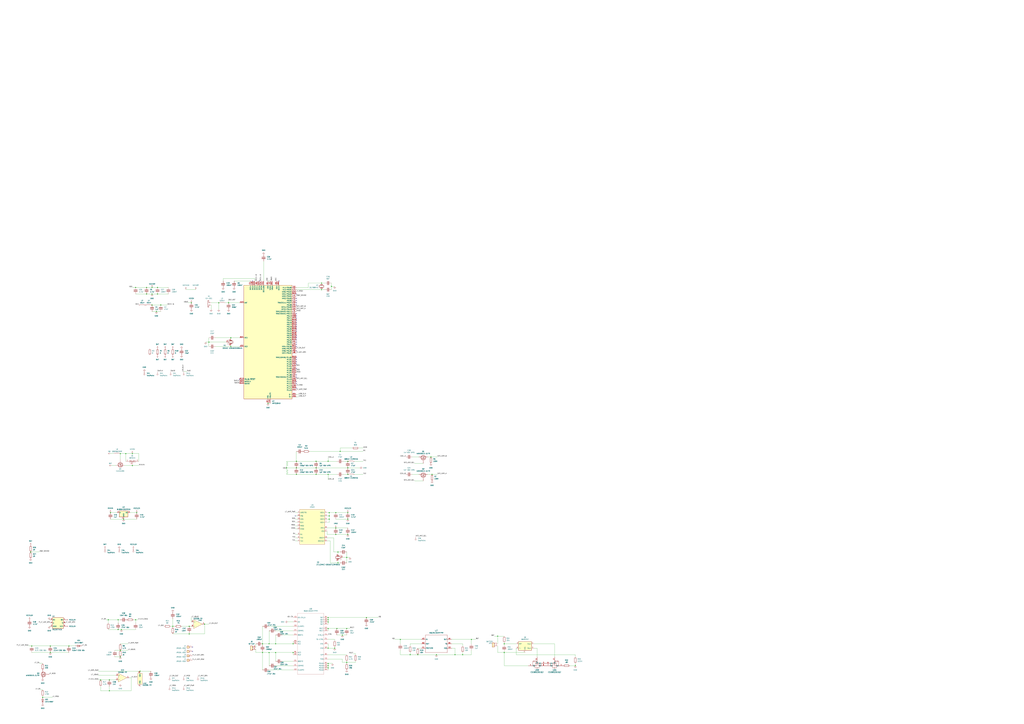
<source format=kicad_sch>
(kicad_sch (version 20250114) (generator "eeschema") (generator_version "9.0")
  (paper "A0")
  (junction (at 125.73 720.09))
  (junction (at 237.49 725.17))
  (junction (at 344.17 543.56))
  (junction (at 242.57 397.51))
  (junction (at 403.86 551.18))
  (junction (at 367.03 535.94))
  (junction (at 367.03 551.18))
  (junction (at 139.7 763.27))
  (junction (at 537.21 760.73))
  (junction (at 388.62 753.11))
  (junction (at 585.47 748.03))
  (junction (at 200.66 727.71))
  (junction (at 585.47 758.19))
  (junction (at 403.86 535.94))
  (junction (at 170.18 334.01))
  (junction (at 254 351.79))
  (junction (at 162.56 779.78))
  (junction (at 182.88 334.01))
  (junction (at 402.59 730.25))
  (junction (at 127 802.64))
  (junction (at 389.89 613.41))
  (junction (at 382.27 595.63))
  (junction (at 382.27 603.25))
  (junction (at 332.74 543.56))
  (junction (at 381 775.97))
  (junction (at 501.65 551.18))
  (junction (at 391.16 730.25))
  (junction (at 186.69 354.33))
  (junction (at 157.48 720.09))
  (junction (at 58.42 758.19))
  (junction (at 312.42 758.19))
  (junction (at 389.89 595.63))
  (junction (at 392.43 641.35))
  (junction (at 49.53 810.26))
  (junction (at 304.8 748.03))
  (junction (at 373.38 336.55))
  (junction (at 127 789.94))
  (junction (at 403.86 603.25))
  (junction (at 367.03 543.56))
  (junction (at 153.67 527.05))
  (junction (at 158.75 595.63))
  (junction (at 403.86 543.56))
  (junction (at 392.43 654.05))
  (junction (at 219.71 727.71))
  (junction (at 381 770.89))
  (junction (at 340.36 748.03))
  (junction (at 182.88 341.63))
  (junction (at 403.86 621.03))
  (junction (at 58.42 750.57))
  (junction (at 402.59 769.62))
  (junction (at 312.42 748.03))
  (junction (at 425.45 717.55))
  (junction (at 344.17 535.94))
  (junction (at 176.53 354.33))
  (junction (at 320.04 748.03))
  (junction (at 528.32 760.73))
  (junction (at 397.51 737.87))
  (junction (at 344.17 551.18))
  (junction (at 403.86 595.63))
  (junction (at 36.83 750.57))
  (junction (at 140.97 731.52))
  (junction (at 139.7 527.05))
  (junction (at 500.38 530.86))
  (junction (at 128.27 595.63))
  (junction (at 153.67 541.02))
  (junction (at 181.61 361.95))
  (junction (at 80.01 750.57))
  (junction (at 146.05 527.05))
  (junction (at 176.53 341.63))
  (junction (at 384.81 332.74))
  (junction (at 381 717.55))
  (junction (at 381 730.25))
  (junction (at 340.36 758.19))
  (junction (at 381 753.11))
  (junction (at 668.02 773.43))
  (junction (at 506.73 760.73))
  (junction (at 222.25 351.79))
  (junction (at 137.16 720.09))
  (junction (at 265.43 351.79))
  (junction (at 311.15 468.63))
  (junction (at 320.04 758.19))
  (junction (at 485.14 760.73))
  (junction (at 373.38 328.93))
  (junction (at 389.89 621.03))
  (junction (at 116.84 789.94))
  (junction (at 170.18 341.63))
  (junction (at 577.85 739.14))
  (junction (at 464.82 742.95))
  (junction (at 143.51 603.25))
  (junction (at 381 551.18))
  (junction (at 219.71 736.6))
  (junction (at 394.97 524.51))
  (junction (at 402.59 647.7))
  (junction (at 476.25 760.73))
  (junction (at 381 773.43))
  (junction (at 137.16 731.52))
  (junction (at 139.7 755.65))
  (junction (at 304.8 758.19))
  (junction (at 35.56 641.35))
  (junction (at 381 535.94))
  (junction (at 157.48 334.01))
  (junction (at 267.97 392.43))
  (junction (at 267.97 402.59))
  (junction (at 382.27 599.44))
  (junction (at 381 722.63))
  (junction (at 381 720.09))
  (junction (at 547.37 742.95))
  (junction (at 176.53 334.01))
  (no_connect (at 344.17 341.63))
  (no_connect (at 344.17 443.23))
  (no_connect (at 344.17 420.37))
  (no_connect (at 344.17 400.05))
  (no_connect (at 344.17 397.51))
  (no_connect (at 344.17 346.71))
  (no_connect (at 344.17 367.03))
  (no_connect (at 344.17 384.81))
  (no_connect (at 344.17 372.11))
  (no_connect (at 344.17 364.49))
  (no_connect (at 344.17 389.89))
  (no_connect (at 344.17 349.25))
  (no_connect (at 344.17 382.27))
  (no_connect (at 344.17 427.99))
  (no_connect (at 344.17 450.85))
  (no_connect (at 344.17 369.57))
  (no_connect (at 300.99 326.39))
  (no_connect (at 344.17 407.67))
  (no_connect (at 344.17 379.73))
  (no_connect (at 344.17 445.77))
  (no_connect (at 293.37 326.39))
  (no_connect (at 342.9 599.44))
  (no_connect (at 344.17 435.61))
  (no_connect (at 223.52 751.84))
  (no_connect (at 344.17 351.79))
  (no_connect (at 344.17 394.97))
  (no_connect (at 344.17 354.33))
  (no_connect (at 344.17 422.91))
  (no_connect (at 323.85 326.39))
  (no_connect (at 344.17 374.65))
  (no_connect (at 344.17 402.59))
  (no_connect (at 344.17 438.15))
  (no_connect (at 344.17 415.29))
  (no_connect (at 344.17 377.19))
  (no_connect (at 344.17 417.83))
  (no_connect (at 344.17 392.43))
  (no_connect (at 278.13 440.69))
  (no_connect (at 223.52 756.92))
  (wire (pts (xy 547.37 742.95) (xy 547.37 748.03)))
  (wire (pts (xy 342.9 610.87) (xy 345.44 610.87)))
  (wire (pts (xy 151.13 595.63) (xy 158.75 595.63)))
  (wire (pts (xy 332.74 547.37) (xy 332.74 548.64)))
  (wire (pts (xy 500.38 530.86) (xy 508 530.86)))
  (wire (pts (xy 161.29 527.05) (xy 161.29 535.94)))
  (wire (pts (xy 152.4 787.4) (xy 149.86 787.4)))
  (wire (pts (xy 394.97 520.7) (xy 394.97 524.51)))
  (wire (pts (xy 342.9 624.84) (xy 345.44 624.84)))
  (wire (pts (xy 311.15 468.63) (xy 313.69 468.63)))
  (wire (pts (xy 128.27 595.63) (xy 135.89 595.63)))
  (wire (pts (xy 464.82 742.95) (xy 464.82 748.03)))
  (wire (pts (xy 585.47 749.3) (xy 585.47 748.03)))
  (wire (pts (xy 496.57 530.86) (xy 500.38 530.86)))
  (wire (pts (xy 402.59 769.62) (xy 402.59 768.35)))
  (wire (pts (xy 297.18 754.38) (xy 297.18 758.19)))
  (wire (pts (xy 58.42 750.57) (xy 80.01 750.57)))
  (wire (pts (xy 176.53 334.01) (xy 182.88 334.01)))
  (wire (pts (xy 128.27 527.05) (xy 132.08 527.05)))
  (wire (pts (xy 157.48 334.01) (xy 170.18 334.01)))
  (wire (pts (xy 501.65 551.18) (xy 508 551.18)))
  (wire (pts (xy 384.81 328.93) (xy 384.81 332.74)))
  (wire (pts (xy 33.02 750.57) (xy 36.83 750.57)))
  (wire (pts (xy 577.85 758.19) (xy 585.47 758.19)))
  (wire (pts (xy 342.9 614.68) (xy 345.44 614.68)))
  (wire (pts (xy 176.53 361.95) (xy 181.61 361.95)))
  (wire (pts (xy 403.86 543.56) (xy 417.83 543.56)))
  (wire (pts (xy 411.48 535.94) (xy 421.64 535.94)))
  (wire (pts (xy 346.71 461.01) (xy 344.17 461.01)))
  (wire (pts (xy 661.67 773.43) (xy 668.02 773.43)))
  (wire (pts (xy 506.73 760.73) (xy 528.32 760.73)))
  (wire (pts (xy 389.89 613.41) (xy 403.86 613.41)))
  (wire (pts (xy 304.8 748.03) (xy 312.42 748.03)))
  (wire (pts (xy 668.02 760.73) (xy 668.02 763.27)))
  (wire (pts (xy 379.73 607.06) (xy 382.27 607.06)))
  (wire (pts (xy 397.51 765.81) (xy 397.51 769.62)))
  (wire (pts (xy 367.03 543.56) (xy 403.86 543.56)))
  (wire (pts (xy 217.17 431.8) (xy 213.36 431.8)))
  (wire (pts (xy 496.57 551.18) (xy 501.65 551.18)))
  (wire (pts (xy 127 797.56) (xy 127 802.64)))
  (wire (pts (xy 312.42 758.19) (xy 312.42 773.43)))
  (wire (pts (xy 619.76 748.03) (xy 643.89 748.03)))
  (wire (pts (xy 476.25 758.19) (xy 476.25 760.73)))
  (wire (pts (xy 139.7 527.05) (xy 146.05 527.05)))
  (wire (pts (xy 387.35 624.84) (xy 387.35 641.35)))
  (wire (pts (xy 58.42 758.19) (xy 80.01 758.19)))
  (wire (pts (xy 129.54 541.02) (xy 134.62 541.02)))
  (wire (pts (xy 267.97 402.59) (xy 278.13 402.59)))
  (wire (pts (xy 609.6 758.19) (xy 585.47 758.19)))
  (wire (pts (xy 332.74 541.02) (xy 334.01 541.02)))
  (wire (pts (xy 312.42 748.03) (xy 320.04 748.03)))
  (wire (pts (xy 382.27 595.63) (xy 389.89 595.63)))
  (wire (pts (xy 259.08 323.85) (xy 259.08 326.39)))
  (wire (pts (xy 125.73 731.52) (xy 137.16 731.52)))
  (wire (pts (xy 412.75 760.73) (xy 412.75 759.46)))
  (wire (pts (xy 381 717.55) (xy 381 720.09)))
  (wire (pts (xy 412.75 769.62) (xy 402.59 769.62)))
  (wire (pts (xy 388.62 744.22) (xy 388.62 742.95)))
  (wire (pts (xy 388.62 751.84) (xy 388.62 753.11)))
  (wire (pts (xy 388.62 742.95) (xy 381 742.95)))
  (wire (pts (xy 392.43 654.05) (xy 394.97 654.05)))
  (wire (pts (xy 176.53 341.63) (xy 182.88 341.63)))
  (wire (pts (xy 485.14 753.11) (xy 488.95 753.11)))
  (wire (pts (xy 176.53 354.33) (xy 186.69 354.33)))
  (wire (pts (xy 304.8 758.19) (xy 312.42 758.19)))
  (wire (pts (xy 332.74 551.18) (xy 344.17 551.18)))
  (wire (pts (xy 146.05 535.94) (xy 146.05 527.05)))
  (wire (pts (xy 585.47 773.43) (xy 585.47 758.19)))
  (wire (pts (xy 36.83 750.57) (xy 58.42 750.57)))
  (wire (pts (xy 381 770.89) (xy 381 773.43)))
  (wire (pts (xy 157.48 720.09) (xy 157.48 723.9)))
  (wire (pts (xy 332.74 541.02) (xy 332.74 543.56)))
  (wire (pts (xy 381 760.73) (xy 402.59 760.73)))
  (wire (pts (xy 382.27 599.44) (xy 382.27 595.63)))
  (wire (pts (xy 267.97 392.43) (xy 278.13 392.43)))
  (wire (pts (xy 123.19 720.09) (xy 125.73 720.09)))
  (wire (pts (xy 485.14 760.73) (xy 506.73 760.73)))
  (wire (pts (xy 254 359.41) (xy 254 351.79)))
  (wire (pts (xy 381 753.11) (xy 388.62 753.11)))
  (wire (pts (xy 458.47 742.95) (xy 464.82 742.95)))
  (wire (pts (xy 389.89 621.03) (xy 403.86 621.03)))
  (wire (pts (xy 382.27 607.06) (xy 382.27 603.25)))
  (wire (pts (xy 332.74 548.64) (xy 334.01 548.64)))
  (wire (pts (xy 137.16 723.9) (xy 137.16 720.09)))
  (wire (pts (xy 367.03 551.18) (xy 381 551.18)))
  (wire (pts (xy 334.01 722.63) (xy 340.36 722.63)))
  (wire (pts (xy 391.16 737.87) (xy 397.51 737.87)))
  (wire (pts (xy 320.04 758.19) (xy 320.04 768.35)))
  (wire (pts (xy 250.19 402.59) (xy 267.97 402.59)))
  (wire (pts (xy 344.17 524.51) (xy 344.17 535.94)))
  (wire (pts (xy 373.38 336.55) (xy 377.19 336.55)))
  (wire (pts (xy 80.01 750.57) (xy 87.63 750.57)))
  (wire (pts (xy 381 551.18) (xy 381 557.53)))
  (wire (pts (xy 140.97 731.52) (xy 157.48 731.52)))
  (wire (pts (xy 464.82 755.65) (xy 464.82 760.73)))
  (wire (pts (xy 381 775.97) (xy 381 778.51)))
  (wire (pts (xy 585.47 758.19) (xy 585.47 756.92)))
  (wire (pts (xy 623.57 753.11) (xy 623.57 763.27)))
  (wire (pts (xy 334.01 549.91) (xy 332.74 549.91)))
  (wire (pts (xy 176.53 334.01) (xy 170.18 334.01)))
  (wire (pts (xy 320.04 748.03) (xy 340.36 748.03)))
  (wire (pts (xy 143.51 603.25) (xy 158.75 603.25)))
  (wire (pts (xy 245.11 351.79) (xy 254 351.79)))
  (wire (pts (xy 219.71 736.6) (xy 237.49 736.6)))
  (wire (pts (xy 127 789.94) (xy 134.62 789.94)))
  (wire (pts (xy 127 802.64) (xy 152.4 802.64)))
  (wire (pts (xy 344.17 543.56) (xy 367.03 543.56)))
  (wire (pts (xy 528.32 753.11) (xy 528.32 760.73)))
  (wire (pts (xy 170.18 341.63) (xy 176.53 341.63)))
  (wire (pts (xy 332.74 543.56) (xy 344.17 543.56)))
  (wire (pts (xy 342.9 603.25) (xy 345.44 603.25)))
  (wire (pts (xy 57.15 720.09) (xy 58.42 720.09)))
  (wire (pts (xy 421.64 524.51) (xy 394.97 524.51)))
  (wire (pts (xy 312.42 778.51) (xy 340.36 778.51)))
  (wire (pts (xy 476.25 748.03) (xy 476.25 750.57)))
  (wire (pts (xy 157.48 341.63) (xy 170.18 341.63)))
  (wire (pts (xy 381 748.03) (xy 381 753.11)))
  (wire (pts (xy 481.33 538.48) (xy 491.49 538.48)))
  (wire (pts (xy 574.04 739.14) (xy 577.85 739.14)))
  (wire (pts (xy 320.04 732.79) (xy 340.36 732.79)))
  (wire (pts (xy 416.56 520.7) (xy 421.64 520.7)))
  (wire (pts (xy 577.85 748.03) (xy 577.85 739.14)))
  (wire (pts (xy 182.88 341.63) (xy 195.58 341.63)))
  (wire (pts (xy 381 535.94) (xy 391.16 535.94)))
  (wire (pts (xy 114.3 779.78) (xy 162.56 779.78)))
  (wire (pts (xy 381 730.25) (xy 391.16 730.25)))
  (wire (pts (xy 381 532.13) (xy 381 535.94)))
  (wire (pts (xy 219.71 727.71) (xy 222.25 727.71)))
  (wire (pts (xy 411.48 551.18) (xy 421.64 551.18)))
  (wire (pts (xy 262.89 397.51) (xy 242.57 397.51)))
  (wire (pts (xy 547.37 760.73) (xy 537.21 760.73)))
  (wire (pts (xy 389.89 595.63) (xy 403.86 595.63)))
  (wire (pts (xy 613.41 773.43) (xy 585.47 773.43)))
  (wire (pts (xy 406.4 730.25) (xy 402.59 730.25)))
  (wire (pts (xy 237.49 736.6) (xy 237.49 725.17)))
  (wire (pts (xy 342.9 599.44) (xy 345.44 599.44)))
  (wire (pts (xy 488.95 748.03) (xy 476.25 748.03)))
  (wire (pts (xy 334.01 539.75) (xy 332.74 539.75)))
  (wire (pts (xy 643.89 748.03) (xy 643.89 763.27)))
  (wire (pts (xy 344.17 334.01) (xy 358.14 334.01)))
  (wire (pts (xy 379.73 621.03) (xy 389.89 621.03)))
  (wire (pts (xy 478.79 530.86) (xy 486.41 530.86)))
  (wire (pts (xy 332.74 539.75) (xy 332.74 538.48)))
  (wire (pts (xy 478.79 551.18) (xy 486.41 551.18)))
  (wire (pts (xy 210.82 727.71) (xy 219.71 727.71)))
  (wire (pts (xy 537.21 750.57) (xy 537.21 748.03)))
  (wire (pts (xy 242.57 397.51) (xy 242.57 392.43)))
  (wire (pts (xy 116.84 797.56) (xy 116.84 802.64)))
  (wire (pts (xy 200.66 727.71) (xy 200.66 728.98)))
  (wire (pts (xy 340.36 745.49) (xy 340.36 748.03)))
  (wire (pts (xy 358.14 334.01) (xy 358.14 328.93)))
  (wire (pts (xy 153.67 541.02) (xy 161.29 541.02)))
  (wire (pts (xy 261.62 351.79) (xy 265.43 351.79)))
  (wire (pts (xy 379.73 624.84) (xy 387.35 624.84)))
  (wire (pts (xy 384.81 332.74) (xy 384.81 336.55)))
  (wire (pts (xy 265.43 349.25) (xy 265.43 351.79)))
  (wire (pts (xy 125.73 720.09) (xy 137.16 720.09)))
  (wire (pts (xy 332.74 537.21) (xy 332.74 535.94)))
  (wire (pts (xy 222.25 717.55) (xy 222.25 722.63)))
  (wire (pts (xy 412.75 768.35) (xy 412.75 769.62)))
  (wire (pts (xy 297.18 748.03) (xy 297.18 751.84)))
  (wire (pts (xy 320.04 758.19) (xy 340.36 758.19)))
  (wire (pts (xy 577.85 750.57) (xy 577.85 758.19)))
  (wire (pts (xy 382.27 595.63) (xy 379.73 595.63)))
  (wire (pts (xy 320.04 773.43) (xy 340.36 773.43)))
  (wire (pts (xy 327.66 768.35) (xy 340.36 768.35)))
  (wire (pts (xy 238.76 397.51) (xy 242.57 397.51)))
  (wire (pts (xy 144.78 541.02) (xy 153.67 541.02)))
  (wire (pts (xy 381 722.63) (xy 381 725.17)))
  (wire (pts (xy 391.16 730.25) (xy 402.59 730.25)))
  (wire (pts (xy 585.47 746.76) (xy 585.47 748.03)))
  (wire (pts (xy 116.84 802.64) (xy 127 802.64)))
  (wire (pts (xy 344.17 551.18) (xy 367.03 551.18)))
  (wire (pts (xy 537.21 758.19) (xy 537.21 760.73)))
  (wire (pts (xy 488.95 742.95) (xy 464.82 742.95)))
  (wire (pts (xy 36.83 758.19) (xy 58.42 758.19)))
  (wire (pts (xy 128.27 603.25) (xy 143.51 603.25)))
  (wire (pts (xy 381 720.09) (xy 381 722.63)))
  (wire (pts (xy 327.66 737.87) (xy 340.36 737.87)))
  (wire (pts (xy 387.35 641.35) (xy 392.43 641.35)))
  (wire (pts (xy 267.97 392.43) (xy 267.97 393.7)))
  (wire (pts (xy 599.44 760.73) (xy 668.02 760.73)))
  (wire (pts (xy 344.17 535.94) (xy 367.03 535.94)))
  (wire (pts (xy 408.94 520.7) (xy 394.97 520.7)))
  (wire (pts (xy 547.37 742.95) (xy 552.45 742.95)))
  (wire (pts (xy 304.8 758.19) (xy 304.8 756.92)))
  (wire (pts (xy 373.38 328.93) (xy 377.19 328.93)))
  (wire (pts (xy 528.32 760.73) (xy 537.21 760.73)))
  (wire (pts (xy 218.44 351.79) (xy 222.25 351.79)))
  (wire (pts (xy 334.01 546.1) (xy 334.01 547.37)))
  (wire (pts (xy 137.16 731.52) (xy 140.97 731.52)))
  (wire (pts (xy 250.19 392.43) (xy 267.97 392.43)))
  (wire (pts (xy 476.25 760.73) (xy 485.14 760.73)))
  (wire (pts (xy 412.75 759.46) (xy 410.21 759.46)))
  (wire (pts (xy 384.81 332.74) (xy 388.62 332.74)))
  (wire (pts (xy 619.76 753.11) (xy 623.57 753.11)))
  (wire (pts (xy 162.56 779.78) (xy 175.26 779.78)))
  (wire (pts (xy 219.71 736.6) (xy 219.71 735.33)))
  (wire (pts (xy 342.9 595.63) (xy 345.44 595.63)))
  (wire (pts (xy 139.7 748.03) (xy 148.59 748.03)))
  (wire (pts (xy 398.78 551.18) (xy 403.86 551.18)))
  (wire (pts (xy 524.51 742.95) (xy 547.37 742.95)))
  (wire (pts (xy 381 773.43) (xy 381 775.97)))
  (wire (pts (xy 49.53 808.99) (xy 49.53 810.26)))
  (wire (pts (xy 402.59 641.35) (xy 402.59 647.7)))
  (wire (pts (xy 200.66 718.82) (xy 200.66 727.71)))
  (wire (pts (xy 332.74 549.91) (xy 332.74 551.18)))
  (wire (pts (xy 139.7 527.05) (xy 139.7 533.4)))
  (wire (pts (xy 154.94 720.09) (xy 157.48 720.09)))
  (wire (pts (xy 295.91 323.85) (xy 259.08 323.85)))
  (wire (pts (xy 45.72 770.89) (xy 49.53 770.89)))
  (wire (pts (xy 394.97 524.51) (xy 359.41 524.51)))
  (wire (pts (xy 311.15 326.39) (xy 313.69 326.39)))
  (wire (pts (xy 57.15 727.71) (xy 58.42 727.71)))
  (wire (pts (xy 182.88 334.01) (xy 195.58 334.01)))
  (wire (pts (xy 153.67 334.01) (xy 157.48 334.01)))
  (wire (pts (xy 332.74 535.94) (xy 344.17 535.94)))
  (wire (pts (xy 528.32 753.11) (xy 524.51 753.11)))
  (wire (pts (xy 381 730.25) (xy 381 732.79)))
  (wire (pts (xy 267.97 401.32) (xy 267.97 402.59)))
  (wire (pts (xy 334.01 538.48) (xy 334.01 537.21)))
  (wire (pts (xy 35.56 641.35) (xy 45.72 641.35)))
  (wire (pts (xy 402.59 769.62) (xy 402.59 770.89)))
  (wire (pts (xy 379.73 599.44) (xy 382.27 599.44)))
  (wire (pts (xy 379.73 613.41) (xy 389.89 613.41)))
  (wire (pts (xy 398.78 535.94) (xy 403.86 535.94)))
  (wire (pts (xy 304.8 748.03) (xy 304.8 749.3)))
  (wire (pts (xy 116.84 789.94) (xy 127 789.94)))
  (wire (pts (xy 334.01 547.37) (xy 332.74 547.37)))
  (wire (pts (xy 265.43 351.79) (xy 278.13 351.79)))
  (wire (pts (xy 114.3 789.94) (xy 116.84 789.94)))
  (wire (pts (xy 425.45 717.55) (xy 439.42 717.55)))
  (wire (pts (xy 392.43 641.35) (xy 392.43 643.89)))
  (wire (pts (xy 406.4 647.7) (xy 402.59 647.7)))
  (wire (pts (xy 402.59 647.7) (xy 402.59 654.05)))
  (wire (pts (xy 139.7 755.65) (xy 148.59 755.65)))
  (wire (pts (xy 200.66 727.71) (xy 198.12 727.71)))
  (wire (pts (xy 114.3 784.86) (xy 134.62 784.86)))
  (wire (pts (xy 46.99 801.37) (xy 49.53 801.37)))
  (wire (pts (xy 381 765.81) (xy 397.51 765.81)))
  (wire (pts (xy 200.66 736.6) (xy 219.71 736.6)))
  (wire (pts (xy 481.33 558.8) (xy 491.49 558.8)))
  (wire (pts (xy 342.9 607.06) (xy 345.44 607.06)))
  (wire (pts (xy 392.43 641.35) (xy 394.97 641.35)))
  (wire (pts (xy 312.42 727.71) (xy 340.36 727.71)))
  (wire (pts (xy 133.35 763.27) (xy 139.7 763.27)))
  (wire (pts (xy 125.73 723.9) (xy 125.73 720.09)))
  (wire (pts (xy 312.42 732.79) (xy 312.42 748.03)))
  (wire (pts (xy 245.11 359.41) (xy 245.11 354.33)))
  (wire (pts (xy 304.8 758.19) (xy 304.8 778.51)))
  (wire (pts (xy 346.71 458.47) (xy 344.17 458.47)))
  (wire (pts (xy 146.05 527.05) (xy 153.67 527.05)))
  (wire (pts (xy 133.35 755.65) (xy 139.7 755.65)))
  (wire (pts (xy 320.04 737.87) (xy 320.04 748.03)))
  (wire (pts (xy 271.78 326.39) (xy 290.83 326.39)))
  (wire (pts (xy 547.37 755.65) (xy 547.37 760.73)))
  (wire (pts (xy 181.61 361.95) (xy 186.69 361.95)))
  (wire (pts (xy 464.82 760.73) (xy 476.25 760.73)))
  (wire (pts (xy 137.16 720.09) (xy 139.7 720.09)))
  (wire (pts (xy 381 551.18) (xy 391.16 551.18)))
  (wire (pts (xy 358.14 328.93) (xy 373.38 328.93)))
  (wire (pts (xy 382.27 603.25) (xy 382.27 599.44)))
  (wire (pts (xy 153.67 527.05) (xy 161.29 527.05)))
  (wire (pts (xy 381 770.89) (xy 386.08 770.89)))
  (wire (pts (xy 306.07 303.53) (xy 306.07 326.39)))
  (wire (pts (xy 297.18 758.19) (xy 304.8 758.19)))
  (wire (pts (xy 397.51 647.7) (xy 402.59 647.7)))
  (wire (pts (xy 599.44 760.73) (xy 599.44 753.11)))
  (wire (pts (xy 340.36 758.19) (xy 340.36 760.73)))
  (wire (pts (xy 577.85 739.14) (xy 585.47 739.14)))
  (wire (pts (xy 332.74 543.56) (xy 332.74 546.1)))
  (wire (pts (xy 186.69 354.33) (xy 194.31 354.33)))
  (wire (pts (xy 344.17 336.55) (xy 373.38 336.55)))
  (wire (pts (xy 379.73 603.25) (xy 382.27 603.25)))
  (wire (pts (xy 585.47 748.03) (xy 599.44 748.03)))
  (wire (pts (xy 367.03 535.94) (xy 381 535.94)))
  (wire (pts (xy 397.51 737.87) (xy 402.59 737.87)))
  (wire (pts (xy 392.43 651.51) (xy 392.43 654.05)))
  (wire (pts (xy 381 717.55) (xy 425.45 717.55)))
  (wire (pts (xy 332.74 546.1) (xy 334.01 546.1)))
  (wire (pts (xy 332.74 538.48) (xy 334.01 538.48)))
  (wire (pts (xy 295.91 326.39) (xy 295.91 323.85)))
  (wire (pts (xy 379.73 617.22) (xy 379.73 621.03)))
  (wire (pts (xy 215.9 336.55) (xy 227.33 336.55)))
  (wire (pts (xy 203.2 727.71) (xy 200.66 727.71)))
  (wire (pts (xy 389.89 603.25) (xy 403.86 603.25)))
  (wire (pts (xy 334.01 548.64) (xy 334.01 549.91)))
  (wire (pts (xy 49.53 810.26) (xy 60.96 810.26)))
  (wire (pts (xy 383.54 654.05) (xy 392.43 654.05)))
  (wire (pts (xy 342.9 628.65) (xy 345.44 628.65)))
  (wire (pts (xy 379.73 628.65) (xy 383.54 628.65)))
  (wire (pts (xy 312.42 758.19) (xy 320.04 758.19)))
  (wire (pts (xy 342.9 621.03) (xy 345.44 621.03)))
  (wire (pts (xy 242.57 397.51) (xy 242.57 402.59)))
  (wire (pts (xy 304.8 727.71) (xy 304.8 748.03)))
  (wire (pts (xy 334.01 541.02) (xy 334.01 539.75)))
  (wire (pts (xy 397.51 769.62) (xy 402.59 769.62)))
  (wire (pts (xy 157.48 720.09) (xy 160.02 720.09)))
  (wire (pts (xy 152.4 802.64) (xy 152.4 787.4)))
  (wire (pts (xy 668.02 773.43) (xy 668.02 770.89)))
  (wire (pts (xy 537.21 748.03) (xy 524.51 748.03)))
  (wire (pts (xy 237.49 725.17) (xy 242.57 725.17)))
  (wire (pts (xy 334.01 537.21) (xy 332.74 537.21)))
  (wire (pts (xy 383.54 628.65) (xy 383.54 654.05)))
  (label "LF_RSSI" (at 344.17 339.09 0))
  (label "DEC4-6" (at 298.45 326.39 90))
  (label "VDD" (at 311.15 326.39 90))
  (label "COIL" (at 332.74 544.83 180))
  (label "RECT" (at 406.4 730.25 0))
  (label "LED_B_H" (at 213.36 431.8 90))
  (label "LF_OA" (at 95.25 750.57 0))
  (label "VBAT_SENSE" (at 45.72 641.35 0))
  (label "SW10" (at 198.12 431.8 0))
  (label "P_LF_ANT_DRV" (at 58.42 723.9 180))
  (label "SWDIO" (at 278.13 445.77 180))
  (label "VBAT_SENSE" (at 344.17 344.17 0))
  (label "LF_AMP_PWR" (at 213.36 797.56 0))
  (label "BAT" (at 574.04 739.14 180))
  (label "TX1" (at 342.9 628.65 180))
  (label "LF_AMP_PWR" (at 344.17 453.39 0))
  (label "LF_MOD" (at 344.17 448.31 0))
  (label "USB_D_P" (at 346.71 461.01 0))
  (label "LF_MOD" (at 213.36 786.13 0))
  (label "LF_ANT_DRV" (at 344.17 410.21 0))
  (label "LF_RSSI" (at 196.85 797.56 0))
  (label "SCK" (at 342.9 607.06 180))
  (label "LF_AMP_PWR" (at 342.9 595.63 180))
  (label "NFC_NRF_A" (at 344.17 359.41 0))
  (label "MOSI" (at 342.9 610.87 180))
  (label "NFC_ANT_SEL" (at 481.33 538.48 180))
  (label "BAT" (at 552.45 742.95 0))
  (label "SWCLK" (at 278.13 443.23 180))
  (label "VDD" (at 153.67 334.01 180))
  (label "COIL_B" (at 381 557.53 0))
  (label "LF_AMP_PWR" (at 148.59 748.03 0))
  (label "CHG" (at 381 737.87 0))
  (label "DCC" (at 321.31 326.39 90))
  (label "MISO" (at 342.9 614.68 180))
  (label "VBUS" (at 218.44 351.79 180))
  (label "LF_ANT_DRV" (at 76.2 723.9 0))
  (label "NFC_ANT_SEL" (at 482.6 623.57 0))
  (label "P_LF_ANT_DRV" (at 223.52 762 0))
  (label "MIXVIN" (at 161.29 541.02 0))
  (label "TX2" (at 421.64 551.18 0))
  (label "LF_OA" (at 46.99 801.37 180))
  (label "VQI" (at 458.47 742.95 180))
  (label "LF_ANT_DRV" (at 229.87 786.13 0))
  (label "LF_Evn_Dete" (at 160.02 720.09 0))
  (label "NSS" (at 344.17 430.53 0))
  (label "RX" (at 342.9 621.03 180))
  (label "SCK" (at 344.17 425.45 0))
  (label "COIL_A" (at 471.17 530.86 180))
  (label "VBUS" (at 316.23 326.39 90))
  (label "MOSI" (at 344.17 433.07 0))
  (label "LF_OA_OUT" (at 196.85 786.13 0))
  (label "BLE_ANT" (at 265.43 349.25 0))
  (label "LF_O1A" (at 152.4 787.4 0))
  (label "LF_AMP_PWR" (at 114.3 779.78 180))
  (label "TX2" (at 342.9 624.84 180))
  (label "LF_Env_Dete" (at 114.3 789.94 180))
  (label "RX" (at 421.64 524.51 0))
  (label "NFC_NRF_B" (at 508 530.86 0))
  (label "NFC_ANT_SEL" (at 344.17 440.69 0))
  (label "RECT" (at 410.21 759.46 180))
  (label "P_LF_ANT_RAW" (at 223.52 767.08 0))
  (label "COIL_B" (at 471.17 551.18 180))
  (label "MISO" (at 344.17 361.95 0))
  (label "LF_VBIAS" (at 148.59 755.65 0))
  (label "AD-EN" (at 340.36 717.55 180))
  (label "LF_MOD" (at 57.15 783.59 0))
  (label "SWCLK" (at 182.88 431.8 0))
  (label "VQI" (at 439.42 717.55 0))
  (label "LF_RSSI" (at 60.96 810.26 0))
  (label "NFC_NRF_A" (at 508 551.18 0))
  (label "SW0" (at 217.17 431.8 0))
  (label "DEC4-6" (at 194.31 354.33 0))
  (label "COIL_A" (at 381 532.13 0))
  (label "NFC_ANT_SEL" (at 481.33 558.8 180))
  (label "LF_OA" (at 45.72 770.89 180))
  (label "LF_OA_OUT" (at 344.17 405.13 0))
  (label "VMID" (at 421.64 520.7 0))
  (label "USB_D_N" (at 346.71 458.47 0))
  (label "TX1" (at 421.64 535.94 0))
  (label "LF_OA_OUT" (at 242.57 725.17 0))
  (label "LF_OA" (at 123.19 720.09 180))
  (label "P_LF_ANT_RAW" (at 33.02 750.57 180))
  (label "DCC" (at 161.29 354.33 180))
  (label "LF_OA1" (at 190.5 727.71 180))
  (label "LF_VBIAS" (at 222.25 717.55 0))
  (label "NFC_NRF_B" (at 344.17 356.87 0))
  (label "DEC4-6" (at 303.53 326.39 90))
  (label "LF_VBIAS" (at 114.3 784.86 180))
  (label "NSS" (at 342.9 603.25 180))
  (symbol (lib_id "Device:R") (at 125.73 727.71 0) (unit 1)
    (property "Reference" "R13" (at 128.27 726.4399 0) (effects (justify left)))
    (property "Value" "470K" (at 128.27 728.9799 0) (effects (justify left)))
    (property "Footprint" "Resistor_SMD:R_0402_1005Metric" (effects (hide yes)))
    (property "Description" "Resistor" (effects (hide yes)))
  )
  (symbol (lib_id "BQ51003:BQ51003YFPR") (at 360.68 748.03 0) (unit 1)
    (property "Reference" "U8" (at 360.68 707.39 0) (effects (font (size 1.524 1.524))))
    (property "Value" "BQ51003YFPR" (at 360.68 709.93 0) (effects (font (size 1.524 1.524))))
    (property "Footprint" "BQ51003:YFP0028APAL" (effects (hide yes)))
    (property "Datasheet" "https://www.ti.com/lit/gpn/bq51003" (effects (hide yes)))
  )
  (symbol (lib_id "Device:C") (at 158.75 599.44 0) (unit 1)
    (property "Reference" "C46" (at 162.56 598.1699 0) (effects (justify left)))
    (property "Value" "4.7uF" (at 162.56 600.7099 0) (effects (justify left)))
    (property "Footprint" "Capacitor_SMD:C_0402_1005Metric" (effects (hide yes)))
    (property "Description" "Unpolarized capacitor" (effects (hide yes)))
  )
  (symbol (lib_id "Device:C") (at 347.98 524.51 90) (unit 1)
    (property "Reference" "C3" (at 347.98 516.89 90))
    (property "Value" "100nF" (at 347.98 519.43 90))
    (property "Footprint" "Capacitor_SMD:C_0402_1005Metric" (effects (hide yes)))
    (property "Description" "Unpolarized capacitor" (effects (hide yes)))
  )
  (symbol (lib_id "power:GND") (at 397.51 737.87 0) (unit 1)
    (property "Reference" "#PWR073" (effects (hide yes)))
    (property "Value" "GND" (at 397.51 742.95 0))
    (property "Description" "Power symbol creates a global label with name \"GND\" , ground" (effects (hide yes)))
  )
  (symbol (lib_id "power:VCC") (at 191.77 405.13 0) (unit 1)
    (property "Reference" "#PWR061" (effects (hide yes)))
    (property "Value" "BAT" (at 191.77 400.05 0))
    (property "Description" "Power symbol creates a global label with name \"VCC\"" (effects (hide yes)))
  )
  (symbol (lib_id "Device:C") (at 271.78 330.2 0) (unit 1)
    (property "Reference" "C8" (at 275.59 328.9299 0) (effects (justify left)))
    (property "Value" "100nF" (at 275.59 331.4699 0) (effects (justify left)))
    (property "Footprint" "Capacitor_SMD:C_0402_1005Metric" (effects (hide yes)))
    (property "Description" "Unpolarized capacitor" (effects (hide yes)))
  )
  (symbol (lib_id "Device:C") (at 308.61 778.51 90) (mirror x) (unit 1)
    (property "Reference" "C65" (at 312.166 780.288 90))
    (property "Value" ".47uF 25v" (at 314.96 782.828 90))
    (property "Footprint" "Capacitor_SMD:C_0402_1005Metric" (effects (hide yes)))
    (property "Description" "Unpolarized capacitor" (effects (hide yes)))
  )
  (symbol (lib_id "Connector:TestPoint") (at 138.43 637.54 180) (unit 1)
    (property "Reference" "TP5" (at 140.97 639.5719 0) (effects (justify right)))
    (property "Value" "TestPoint" (at 140.97 642.1119 0) (effects (justify right)))
    (property "Footprint" "TestPoint:TestPoint_Pad_D1.0mm" (effects (hide yes)))
    (property "Description" "test point" (effects (hide yes)))
  )
  (symbol (lib_id "Connector:TestPoint") (at 229.87 786.13 180) (unit 1)
    (property "Reference" "TP10" (at 232.41 788.1619 0) (effects (justify right)))
    (property "Value" "TestPoint" (at 232.41 790.7019 0) (effects (justify right)))
    (property "Footprint" "TestPoint:TestPoint_Pad_D1.0mm" (effects (hide yes)))
    (property "Description" "test point" (effects (hide yes)))
  )
  (symbol (lib_id "power:GND") (at 210.82 405.13 180) (unit 1)
    (property "Reference" "#PWR067" (effects (hide yes)))
    (property "Value" "GND" (at 210.82 400.05 0))
    (property "Description" "Power symbol creates a global label with name \"GND\" , ground" (effects (hide yes)))
  )
  (symbol (lib_id "power:GND") (at 306.07 295.91 180) (unit 1)
    (property "Reference" "#PWR048" (effects (hide yes)))
    (property "Value" "GND" (at 306.07 290.83 0))
    (property "Description" "Power symbol creates a global label with name \"GND\" , ground" (effects (hide yes)))
  )
  (symbol (lib_id "power:VCC") (at 76.2 720.09 270) (unit 1)
    (property "Reference" "#PWR013" (effects (hide yes)))
    (property "Value" "VCC3.3V" (at 80.01 720.0899 90) (effects (justify left)))
    (property "Description" "Power symbol creates a global label with name \"VCC\"" (effects (hide yes)))
  )
  (symbol (lib_id "Device:C") (at 127 793.75 0) (unit 1)
    (property "Reference" "C38" (at 130.81 792.4799 0) (effects (justify left)))
    (property "Value" "1nF" (at 130.81 795.0199 0) (effects (justify left)))
    (property "Footprint" "Capacitor_SMD:C_0402_1005Metric" (effects (hide yes)))
    (property "Description" "Unpolarized capacitor" (effects (hide yes)))
  )
  (symbol (lib_id "power:GND") (at 500.38 538.48 0) (unit 1)
    (property "Reference" "#PWR046" (effects (hide yes)))
    (property "Value" "GND" (at 500.38 543.56 0))
    (property "Description" "Power symbol creates a global label with name \"GND\" , ground" (effects (hide yes)))
  )
  (symbol (lib_id "power:GND") (at 425.45 725.17 0) (unit 1)
    (property "Reference" "#PWR072" (effects (hide yes)))
    (property "Value" "GND" (at 425.45 730.25 0))
    (property "Description" "Power symbol creates a global label with name \"GND\" , ground" (effects (hide yes)))
  )
  (symbol (lib_id "Device:Q_NMOS") (at 52.07 783.59 0) (mirror y) (unit 1)
    (property "Reference" "Q3" (at 45.72 782.3199 0) (effects (justify left)))
    (property "Value" "WNM3013-3/TR" (at 45.72 784.8599 0) (effects (justify left)))
    (property "Footprint" "Package_TO_SOT_SMD:SOT-723" (effects (hide yes)))
    (property "Datasheet" "https://lcsc.com/datasheet/lcsc_datasheet_2410121433_WILLSEMI-WNM3013-3-TR_C239659.pdf" (effects (hide yes)))
    (property "Description" "N-MOSFET transistor" (effects (hide yes)))
    (property "LCSC Link" "https://lcsc.com/product-detail/MOSFETs_WILLSEMI-Will-Semicon-WNM3013-3-TR_C239659.html" (effects (hide yes)))
  )
  (symbol (lib_id "Device:C") (at 316.23 732.79 90) (unit 1)
    (property "Reference" "C66" (at 319.532 728.98 90))
    (property "Value" "22nF 25v" (at 322.58 731.266 90))
    (property "Footprint" "Capacitor_SMD:C_0402_1005Metric" (effects (hide yes)))
    (property "Description" "Unpolarized capacitor" (effects (hide yes)))
  )
  (symbol (lib_id "Device:C") (at 381 328.93 90) (unit 1)
    (property "Reference" "C16" (at 381 321.31 90))
    (property "Value" "6pF" (at 381 323.85 90))
    (property "Footprint" "Capacitor_SMD:C_0402_1005Metric" (effects (hide yes)))
    (property "Description" "Unpolarized capacitor" (effects (hide yes)))
  )
  (symbol (lib_id "power:GND") (at 143.51 603.25 0) (unit 1)
    (property "Reference" "#PWR034" (effects (hide yes)))
    (property "Value" "GND" (at 143.51 608.33 0))
    (property "Description" "Power symbol creates a global label with name \"GND\" , ground" (effects (hide yes)))
  )
  (symbol (lib_id "power:GND") (at 222.25 359.41 0) (unit 1)
    (property "Reference" "#PWR057" (effects (hide yes)))
    (property "Value" "GND" (at 222.25 364.49 0))
    (property "Description" "Power symbol creates a global label with name \"GND\" , ground" (effects (hide yes)))
  )
  (symbol (lib_id "Device:C") (at 182.88 337.82 0) (unit 1)
    (property "Reference" "C27" (at 186.69 336.5499 0) (effects (justify left)))
    (property "Value" "100nF" (at 186.69 339.0899 0) (effects (justify left)))
    (property "Footprint" "Capacitor_SMD:C_0402_1005Metric" (effects (hide yes)))
    (property "Description" "Unpolarized capacitor" (effects (hide yes)))
  )
  (symbol (lib_id "Device:C") (at 394.97 551.18 270) (mirror x) (unit 1)
    (property "Reference" "C15" (at 394.97 558.8 90))
    (property "Value" "47pF" (at 394.97 556.26 90))
    (property "Footprint" "Capacitor_SMD:C_0402_1005Metric" (effects (hide yes)))
    (property "Description" "Unpolarized capacitor" (effects (hide yes)))
  )
  (symbol (lib_id "power:VCC") (at 389.89 613.41 0) (unit 1)
    (property "Reference" "#PWR044" (effects (hide yes)))
    (property "Value" "VMID" (at 389.89 608.33 0))
    (property "Description" "Power symbol creates a global label with name \"VCC\"" (effects (hide yes)))
  )
  (symbol (lib_id "Device:C") (at 128.27 599.44 0) (unit 1)
    (property "Reference" "C45" (at 132.08 598.1699 0) (effects (justify left)))
    (property "Value" "1uF" (at 132.08 600.7099 0) (effects (justify left)))
    (property "Footprint" "Capacitor_SMD:C_0402_1005Metric" (effects (hide yes)))
    (property "Description" "Unpolarized capacitor" (effects (hide yes)))
  )
  (symbol (lib_id "power:GND") (at 139.7 795.02 0) (unit 1)
    (property "Reference" "#PWR019" (effects (hide yes)))
    (property "Value" "GND" (at 139.7 800.1 0))
    (property "Description" "Power symbol creates a global label with name \"GND\" , ground" (effects (hide yes)))
  )
  (symbol (lib_id "Device:C") (at 403.86 539.75 0) (unit 1)
    (property "Reference" "C7" (at 407.67 538.4799 0) (effects (justify left)))
    (property "Value" "47pF" (at 407.67 541.0199 0) (effects (justify left)))
    (property "Footprint" "Capacitor_SMD:C_0402_1005Metric" (effects (hide yes)))
    (property "Description" "Unpolarized capacitor" (effects (hide yes)))
  )
  (symbol (lib_id "power:GND") (at 403.86 603.25 0) (unit 1)
    (property "Reference" "#PWR042" (effects (hide yes)))
    (property "Value" "GND" (at 403.86 608.33 0))
    (property "Description" "Power symbol creates a global label with name \"GND\" , ground" (effects (hide yes)))
  )
  (symbol (lib_id "power:VCC") (at 153.67 527.05 0) (unit 1)
    (property "Reference" "#PWR033" (effects (hide yes)))
    (property "Value" "VCC5V" (at 153.67 521.97 0))
    (property "Description" "Power symbol creates a global label with name \"VCC\"" (effects (hide yes)))
  )
  (symbol (lib_id "power:GND") (at 388.62 332.74 0) (unit 1)
    (property "Reference" "#PWR02" (effects (hide yes)))
    (property "Value" "GND" (at 388.62 337.82 0))
    (property "Description" "Power symbol creates a global label with name \"GND\" , ground" (effects (hide yes)))
  )
  (symbol (lib_id "Device:R") (at 139.7 759.46 0) (unit 1)
    (property "Reference" "R10" (at 142.24 758.1899 0) (effects (justify left)))
    (property "Value" "3k" (at 142.24 760.7299 0) (effects (justify left)))
    (property "Footprint" "Resistor_SMD:R_0402_1005Metric" (effects (hide yes)))
    (property "Description" "Resistor" (effects (hide yes)))
  )
  (symbol (lib_id "Device:R") (at 476.25 754.38 0) (unit 1)
    (property "Reference" "R20" (at 478.79 753.1099 0) (effects (justify left)))
    (property "Value" "13K" (at 478.79 755.6499 0) (effects (justify left)))
    (property "Footprint" "Resistor_SMD:R_0402_1005Metric" (effects (hide yes)))
    (property "Description" "Resistor" (effects (hide yes)))
  )
  (symbol (lib_id "power:VCC") (at 182.88 412.75 180) (unit 1)
    (property "Reference" "#PWR065" (effects (hide yes)))
    (property "Value" "BAT" (at 182.88 417.83 0))
    (property "Description" "Power symbol creates a global label with name \"VCC\"" (effects (hide yes)))
  )
  (symbol (lib_id "Device:L") (at 165.1 354.33 90) (unit 1)
    (property "Reference" "L2" (at 165.1 349.25 90))
    (property "Value" "10uH" (at 165.1 351.79 90))
    (property "Footprint" "Inductor_SMD:L_0603_1608Metric" (effects (hide yes)))
    (property "Description" "Inductor" (effects (hide yes)))
  )
  (symbol (lib_id "Device:C") (at 344.17 539.75 0) (unit 1)
    (property "Reference" "C5" (at 347.98 538.4799 0) (effects (justify left)))
    (property "Value" "150pF 50V NPO" (at 347.98 541.0199 0) (effects (justify left)))
    (property "Footprint" "Capacitor_SMD:C_0402_1005Metric" (effects (hide yes)))
    (property "Description" "Unpolarized capacitor" (effects (hide yes)))
  )
  (symbol (lib_id "Device:C") (at 389.89 617.22 0) (unit 1)
    (property "Reference" "C43" (at 393.7 615.9499 0) (effects (justify left)))
    (property "Value" "1uF" (at 393.7 618.4899 0) (effects (justify left)))
    (property "Footprint" "Capacitor_SMD:C_0402_1005Metric" (effects (hide yes)))
    (property "Description" "Unpolarized capacitor" (effects (hide yes)))
  )
  (symbol (lib_id "Device:Q_PMOS") (at 139.7 538.48 90) (mirror x) (unit 1)
    (property "Reference" "Q4" (at 139.7 544.83 90))
    (property "Value" "CJE3139K" (at 139.7 547.37 90))
    (property "Footprint" "Package_TO_SOT_SMD:SOT-523" (effects (hide yes)))
    (property "Description" "P-MOSFET transistor" (effects (hide yes)))
  )
  (symbol (lib_id "Device:R") (at 35.56 637.54 0) (unit 1)
    (property "Reference" "R25" (at 38.1 636.2699 0) (effects (justify left)))
    (property "Value" "2M" (at 38.1 638.8099 0) (effects (justify left)))
    (property "Footprint" "Resistor_SMD:R_0402_1005Metric" (effects (hide yes)))
    (property "Description" "Resistor" (effects (hide yes)))
  )
  (symbol (lib_id "Device:C") (at 402.59 734.06 0) (unit 1)
    (property "Reference" "C61" (at 406.4 732.7899 0) (effects (justify left)))
    (property "Value" "10uF" (at 406.4 735.3299 0) (effects (justify left)))
    (property "Footprint" "Capacitor_SMD:C_0402_1005Metric" (effects (hide yes)))
    (property "Description" "Unpolarized capacitor" (effects (hide yes)))
  )
  (symbol (lib_id "power:GND") (at 417.83 543.56 90) (unit 1)
    (property "Reference" "#PWR040" (effects (hide yes)))
    (property "Value" "GND" (at 421.64 543.5599 90) (effects (justify right)))
    (property "Description" "Power symbol creates a global label with name \"GND\" , ground" (effects (hide yes)))
  )
  (symbol (lib_id "power:GND") (at 57.15 720.09 180) (unit 1)
    (property "Reference" "#PWR010" (effects (hide yes)))
    (property "Value" "GND" (at 57.15 715.01 0))
    (property "Description" "Power symbol creates a global label with name \"GND\" , ground" (effects (hide yes)))
  )
  (symbol (lib_id "Device:L") (at 135.89 527.05 90) (unit 1)
    (property "Reference" "L6" (at 135.89 521.97 90))
    (property "Value" "300R@100M" (at 135.89 524.51 90))
    (property "Footprint" "Inductor_SMD:L_0402_1005Metric" (effects (hide yes)))
    (property "Description" "Inductor" (effects (hide yes)))
  )
  (symbol (lib_id "Device:C") (at 403.86 547.37 0) (unit 1)
    (property "Reference" "C14" (at 407.67 546.0999 0) (effects (justify left)))
    (property "Value" "47pF" (at 407.67 548.6399 0) (effects (justify left)))
    (property "Footprint" "Capacitor_SMD:C_0402_1005Metric" (effects (hide yes)))
    (property "Description" "Unpolarized capacitor" (effects (hide yes)))
  )
  (symbol (lib_id "Connector:TestPoint") (at 482.6 623.57 180) (unit 1)
    (property "Reference" "TP9" (at 485.14 625.6019 0) (effects (justify right)))
    (property "Value" "TestPoint" (at 485.14 628.1419 0) (effects (justify right)))
    (property "Footprint" "TestPoint:TestPoint_Pad_D1.0mm" (effects (hide yes)))
    (property "Description" "test point" (effects (hide yes)))
  )
  (symbol (lib_id "power:GND") (at 35.56 648.97 0) (unit 1)
    (property "Reference" "#PWR028" (effects (hide yes)))
    (property "Value" "GND" (at 35.56 654.05 0))
    (property "Description" "Power symbol creates a global label with name \"GND\" , ground" (effects (hide yes)))
  )
  (symbol (lib_id "Device:C") (at 300.99 748.03 90) (unit 1)
    (property "Reference" "C62" (at 300.99 740.41 90))
    (property "Value" ".183uF" (at 300.99 742.95 90))
    (property "Footprint" "Capacitor_SMD:C_0402_1005Metric" (effects (hide yes)))
    (property "Description" "Unpolarized capacitor" (effects (hide yes)))
  )
  (symbol (lib_id "Device:R") (at 200.66 732.79 0) (unit 1)
    (property "Reference" "R16" (at 203.2 731.5199 0) (effects (justify left)))
    (property "Value" "3K" (at 203.2 734.0599 0) (effects (justify left)))
    (property "Footprint" "Resistor_SMD:R_0402_1005Metric" (effects (hide yes)))
    (property "Description" "Resistor" (effects (hide yes)))
  )
  (symbol (lib_id "Device:Crystal_GND2") (at 267.97 397.51 270) (unit 1)
    (property "Reference" "X1" (at 259.588 401.32 90) (effects (justify left)))
    (property "Value" "32MHZ X201632MOB4SI" (at 258.318 404.622 90) (effects (justify left)))
    (property "Footprint" "Crystal:Crystal_SMD_2016-4Pin_2.0x1.6mm" (effects (hide yes)))
    (property "Description" "Three pin crystal, GND on pin 2" (effects (hide yes)))
  )
  (symbol (lib_id "Amplifier_Operational:GS358") (at 224.79 718.82 0) (unit 2)
    (property "Reference" "U4" (at 232.156 720.852 0))
    (property "Value" "GS358-FR" (at 229.87 718.82 0))
    (property "Footprint" "Package_DFN_QFN:DFN-8-1EP_2x2mm_P0.5mm_EP0.9x1.3mm" (effects (hide yes)))
  )
  (symbol (lib_id "Device:C") (at 259.08 330.2 0) (unit 1)
    (property "Reference" "C19" (at 262.89 328.9299 0) (effects (justify left)))
    (property "Value" "100nF" (at 262.89 331.4699 0) (effects (justify left)))
    (property "Footprint" "Capacitor_SMD:C_0402_1005Metric" (effects (hide yes)))
    (property "Description" "Unpolarized capacitor" (effects (hide yes)))
  )
  (symbol (lib_id "power:GND") (at 210.82 412.75 0) (unit 1)
    (property "Reference" "#PWR066" (effects (hide yes)))
    (property "Value" "GND" (at 210.82 417.83 0))
    (property "Description" "Power symbol creates a global label with name \"GND\" , ground" (effects (hide yes)))
  )
  (symbol (lib_id "power:VCC") (at 215.9 336.55 0) (unit 1)
    (property "Reference" "#PWR049" (effects (hide yes)))
    (property "Value" "VCC3.3V" (at 215.9 331.47 0))
    (property "Description" "Power symbol creates a global label with name \"VCC\"" (effects (hide yes)))
  )
  (symbol (lib_id "Device:R") (at 388.62 748.03 0) (unit 1)
    (property "Reference" "R31" (at 391.16 746.7599 0) (effects (justify left)))
    (property "Value" "10K" (at 391.16 749.2999 0) (effects (justify left)))
    (property "Footprint" "Resistor_SMD:R_0402_1005Metric" (effects (hide yes)))
    (property "Description" "Resistor" (effects (hide yes)))
  )
  (symbol (lib_id "Device:Q_NMOS") (at 491.49 553.72 90) (unit 1)
    (property "Reference" "Q2" (at 491.49 544.83 90))
    (property "Value" "WNM3013-3/TR" (at 491.49 547.37 90))
    (property "Footprint" "Package_TO_SOT_SMD:SOT-723" (effects (hide yes)))
    (property "Description" "N-MOSFET transistor" (effects (hide yes)))
  )
  (symbol (lib_id "Device:C") (at 389.89 599.44 0) (unit 1)
    (property "Reference" "C41" (at 393.7 598.1699 0) (effects (justify left)))
    (property "Value" "100nF" (at 393.7 600.7099 0) (effects (justify left)))
    (property "Footprint" "Capacitor_SMD:C_0402_1005Metric" (effects (hide yes)))
    (property "Description" "Unpolarized capacitor" (effects (hide yes)))
  )
  (symbol (lib_id "power:GND") (at 140.97 731.52 0) (unit 1)
    (property "Reference" "#PWR017" (effects (hide yes)))
    (property "Value" "GND" (at 140.97 736.6 0))
    (property "Description" "Power symbol creates a global label with name \"GND\" , ground" (effects (hide yes)))
  )
  (symbol (lib_id "Device:C") (at 323.85 768.35 90) (unit 1)
    (property "Reference" "C69" (at 327.406 769.874 90))
    (property "Value" "10nf 10v" (at 329.692 772.16 90))
    (property "Footprint" "Capacitor_SMD:C_0402_1005Metric" (effects (hide yes)))
    (property "Description" "Unpolarized capacitor" (effects (hide yes)))
  )
  (symbol (lib_id "Connector_Generic:Conn_01x01") (at 218.44 751.84 0) (mirror y) (unit 1)
    (property "Reference" "J1" (at 215.9 750.5699 0) (effects (justify left)))
    (property "Value" "JRG01-002" (at 215.9 753.1099 0) (effects (justify left)))
    (property "Description" "Generic connector, single row, 01x01, script generated (kicad-library-utils/schlib/autogen/connector/)" (effects (hide yes)))
  )
  (symbol (lib_id "Connector_Generic:Conn_01x01") (at 218.44 762 0) (mirror y) (unit 1)
    (property "Reference" "J3" (at 215.9 760.7299 0) (effects (justify left)))
    (property "Value" "JRG01-002" (at 215.9 763.2699 0) (effects (justify left)))
    (property "Description" "Generic connector, single row, 01x01, script generated (kicad-library-utils/schlib/autogen/connector/)" (effects (hide yes)))
  )
  (symbol (lib_id "power:VCC") (at 128.27 595.63 0) (unit 1)
    (property "Reference" "#PWR035" (effects (hide yes)))
    (property "Value" "MIXVIN" (at 128.27 590.55 0))
    (property "Description" "Power symbol creates a global label with name \"VCC\"" (effects (hide yes)))
  )
  (symbol (lib_id "Device:C") (at 137.16 727.71 0) (unit 1)
    (property "Reference" "C35" (at 140.97 726.4399 0) (effects (justify left)))
    (property "Value" "27nF 50v" (at 140.97 728.9799 0) (effects (justify left)))
    (property "Footprint" "Capacitor_SMD:C_0402_1005Metric" (effects (hide yes)))
    (property "Description" "Unpolarized capacitor" (effects (hide yes)))
  )
  (symbol (lib_id "power:GND") (at 386.08 770.89 0) (unit 1)
    (property "Reference" "#PWR076" (effects (hide yes)))
    (property "Value" "GND" (at 386.08 775.97 0))
    (property "Description" "Power symbol creates a global label with name \"GND\" , ground" (effects (hide yes)))
  )
  (symbol (lib_id "Device:C") (at 186.69 358.14 0) (unit 1)
    (property "Reference" "C2" (at 190.5 356.8699 0) (effects (justify left)))
    (property "Value" "47nF" (at 190.5 359.4099 0) (effects (justify left)))
    (property "Footprint" "Capacitor_SMD:C_0402_1005Metric" (effects (hide yes)))
    (property "Description" "Unpolarized capacitor" (effects (hide yes)))
  )
  (symbol (lib_id "Device:R") (at 35.56 645.16 0) (unit 1)
    (property "Reference" "R27" (at 38.1 643.8899 0) (effects (justify left)))
    (property "Value" "2M" (at 38.1 646.4299 0) (effects (justify left)))
    (property "Footprint" "Resistor_SMD:R_0402_1005Metric" (effects (hide yes)))
    (property "Description" "Resistor" (effects (hide yes)))
  )
  (symbol (lib_id "Device:C") (at 304.8 753.11 0) (unit 1)
    (property "Reference" "C63" (at 308.61 751.8399 0) (effects (justify left)))
    (property "Value" "1900pF" (at 308.61 754.3799 0) (effects (justify left)))
    (property "Footprint" "Capacitor_SMD:C_0402_1005Metric" (effects (hide yes)))
    (property "Description" "Unpolarized capacitor" (effects (hide yes)))
  )
  (symbol (lib_id "Device:C") (at 425.45 721.36 0) (unit 1)
    (property "Reference" "C59" (at 429.26 720.0899 0) (effects (justify left)))
    (property "Value" "2.2uF" (at 429.26 722.6299 0) (effects (justify left)))
    (property "Footprint" "Capacitor_SMD:C_0402_1005Metric" (effects (hide yes)))
    (property "Description" "Unpolarized capacitor" (effects (hide yes)))
  )
  (symbol (lib_id "Device:R") (at 402.59 774.7 0) (unit 1)
    (property "Reference" "R29" (at 405.13 773.4299 0) (effects (justify left)))
    (property "Value" "196" (at 405.13 775.9699 0) (effects (justify left)))
    (property "Footprint" "Resistor_SMD:R_0402_1005Metric" (effects (hide yes)))
    (property "Description" "Resistor" (effects (hide yes)))
  )
  (symbol (lib_id "Connector_Generic:Conn_01x01") (at 218.44 756.92 0) (mirror y) (unit 1)
    (property "Reference" "J2" (at 215.9 755.6499 0) (effects (justify left)))
    (property "Value" "JRG01-002" (at 215.9 758.1899 0) (effects (justify left)))
    (property "Description" "Generic connector, single row, 01x01, script generated (kicad-library-utils/schlib/autogen/connector/)" (effects (hide yes)))
  )
  (symbol (lib_id "Device:C") (at 157.48 337.82 0) (unit 1)
    (property "Reference" "C25" (at 161.29 336.5499 0) (effects (justify left)))
    (property "Value" "4.7uF" (at 161.29 339.0899 0) (effects (justify left)))
    (property "Footprint" "Capacitor_SMD:C_0402_1005Metric" (effects (hide yes)))
    (property "Description" "Unpolarized capacitor" (effects (hide yes)))
  )
  (symbol (lib_id "power:VCC") (at 154.94 637.54 0) (unit 1)
    (property "Reference" "#PWR038" (effects (hide yes)))
    (property "Value" "VCC3.3V" (at 154.94 632.46 0))
    (property "Description" "Power symbol creates a global label with name \"VCC\"" (effects (hide yes)))
  )
  (symbol (lib_id "Device:C") (at 308.61 727.71 90) (unit 1)
    (property "Reference" "C64" (at 312.166 723.646 90))
    (property "Value" ".47uF 25v" (at 315.214 726.186 90))
    (property "Footprint" "Capacitor_SMD:C_0402_1005Metric" (effects (hide yes)))
    (property "Description" "Unpolarized capacitor" (effects (hide yes)))
  )
  (symbol (lib_id "Device:L") (at 172.72 354.33 90) (unit 1)
    (property "Reference" "L1" (at 172.72 349.25 90))
    (property "Value" "15nH" (at 172.72 351.79 90))
    (property "Footprint" "Inductor_SMD:L_0402_1005Metric" (effects (hide yes)))
    (property "Description" "Inductor" (effects (hide yes)))
  )
  (symbol (lib_id "Device:C") (at 143.51 720.09 270) (unit 1)
    (property "Reference" "C28" (at 143.51 712.47 90))
    (property "Value" "10nf 50v" (at 143.51 715.01 90))
    (property "Footprint" "Capacitor_SMD:C_0402_1005Metric" (effects (hide yes)))
    (property "Description" "Unpolarized capacitor" (effects (hide yes)))
  )
  (symbol (lib_id "Device:C") (at 585.47 753.11 0) (unit 1)
    (property "Reference" "C51" (at 589.28 751.8399 0) (effects (justify left)))
    (property "Value" "100nF" (at 589.28 754.3799 0) (effects (justify left)))
    (property "Footprint" "Capacitor_SMD:C_0402_1005Metric" (effects (hide yes)))
    (property "Description" "Unpolarized capacitor" (effects (hide yes)))
  )
  (symbol (lib_id "power:GND") (at 34.29 727.71 0) (unit 1)
    (property "Reference" "#PWR09" (effects (hide yes)))
    (property "Value" "GND" (at 34.29 732.79 0))
    (property "Description" "Power symbol creates a global label with name \"GND\" , ground" (effects (hide yes)))
  )
  (symbol (lib_id "Device:C") (at 34.29 723.9 0) (unit 1)
    (property "Reference" "C48" (at 38.1 722.6299 0) (effects (justify left)))
    (property "Value" "4.7uF" (at 38.1 725.1699 0) (effects (justify left)))
    (property "Footprint" "Capacitor_SMD:C_0402_1005Metric" (effects (hide yes)))
    (property "Description" "Unpolarized capacitor" (effects (hide yes)))
  )
  (symbol (lib_id "Device:C") (at 222.25 355.6 0) (unit 1)
    (property "Reference" "C31" (at 226.06 354.3299 0) (effects (justify left)))
    (property "Value" "4.7uF" (at 226.06 356.8699 0) (effects (justify left)))
    (property "Footprint" "Capacitor_SMD:C_0402_1005Metric" (effects (hide yes)))
    (property "Description" "Unpolarized capacitor" (effects (hide yes)))
  )
  (symbol (lib_id "Device:C") (at 200.66 715.01 0) (unit 1)
    (property "Reference" "C32" (at 204.47 713.7399 0) (effects (justify left)))
    (property "Value" "100nF" (at 204.47 716.2799 0) (effects (justify left)))
    (property "Footprint" "Capacitor_SMD:C_0402_1005Metric" (effects (hide yes)))
    (property "Description" "Unpolarized capacitor" (effects (hide yes)))
  )
  (symbol (lib_id "Device:C") (at 474.98 530.86 270) (unit 1)
    (property "Reference" "C18" (at 474.98 523.24 90))
    (property "Value" "1nf 50V NPO" (at 474.98 525.78 90))
    (property "Footprint" "Capacitor_SMD:C_0402_1005Metric" (effects (hide yes)))
    (property "Description" "Unpolarized capacitor" (effects (hide yes)))
  )
  (symbol (lib_id "Device:R") (at 207.01 727.71 90) (unit 1)
    (property "Reference" "R15" (at 207.01 721.36 90))
    (property "Value" "75" (at 207.01 723.9 90))
    (property "Footprint" "Resistor_SMD:R_0402_1005Metric" (effects (hide yes)))
    (property "Description" "Resistor" (effects (hide yes)))
  )
  (symbol (lib_id "power:VCC") (at 200.66 405.13 0) (unit 1)
    (property "Reference" "#PWR062" (effects (hide yes)))
    (property "Value" "BAT" (at 200.66 400.05 0))
    (property "Description" "Power symbol creates a global label with name \"VCC\"" (effects (hide yes)))
  )
  (symbol (lib_id "Device:R") (at 355.6 524.51 90) (unit 1)
    (property "Reference" "R2" (at 355.6 518.16 90))
    (property "Value" "5.1k" (at 355.6 520.7 90))
    (property "Footprint" "Resistor_SMD:R_0402_1005Metric" (effects (hide yes)))
    (property "Description" "Resistor" (effects (hide yes)))
  )
  (symbol (lib_id "Device:R") (at 412.75 520.7 90) (unit 1)
    (property "Reference" "R1" (at 412.75 514.35 90))
    (property "Value" "820" (at 412.75 516.89 90))
    (property "Footprint" "Resistor_SMD:R_0402_1005Metric" (effects (hide yes)))
    (property "Description" "Resistor" (effects (hide yes)))
  )
  (symbol (lib_id "CSD85301Q2:CSD85301Q2") (at 623.57 770.89 270) (unit 2)
    (property "Reference" "U9" (at 623.57 778.51 90) (effects (font (size 1.524 1.524))))
    (property "Value" "CSD85301Q2" (at 623.57 781.05 90) (effects (font (size 1.524 1.524))))
    (property "Footprint" "CSD85301Q2:DQK0006B" (effects (hide yes)))
    (property "Datasheet" "https://www.ti.com/lit/gpn/csd85301q2" (effects (hide yes)))
  )
  (symbol (lib_id "Device:R") (at 139.7 751.84 0) (unit 1)
    (property "Reference" "R8" (at 142.24 750.5699 0) (effects (justify left)))
    (property "Value" "4.7k" (at 142.24 753.1099 0) (effects (justify left)))
    (property "Footprint" "Resistor_SMD:R_0402_1005Metric" (effects (hide yes)))
    (property "Description" "Resistor" (effects (hide yes)))
  )
  (symbol (lib_id "Device:C") (at 265.43 355.6 0) (unit 1)
    (property "Reference" "C21" (at 269.24 354.3299 0) (effects (justify left)))
    (property "Value" "0.8pF" (at 269.24 356.8699 0) (effects (justify left)))
    (property "Footprint" "Capacitor_SMD:C_0402_1005Metric" (effects (hide yes)))
    (property "Description" "Unpolarized capacitor" (effects (hide yes)))
  )
  (symbol (lib_id "Connector:TestPoint") (at 213.36 786.13 180) (unit 1)
    (property "Reference" "TP8" (at 215.9 788.1619 0) (effects (justify right)))
    (property "Value" "TestPoint" (at 215.9 790.7019 0) (effects (justify right)))
    (property "Footprint" "TestPoint:TestPoint_Pad_D1.0mm" (effects (hide yes)))
    (property "Description" "test point" (effects (hide yes)))
  )
  (symbol (lib_id "Device:R") (at 116.84 793.75 0) (unit 1)
    (property "Reference" "R17" (at 119.38 792.4799 0) (effects (justify left)))
    (property "Value" "4.7K" (at 119.38 795.0199 0) (effects (justify left)))
    (property "Footprint" "Resistor_SMD:R_0402_1005Metric" (effects (hide yes)))
    (property "Description" "Resistor" (effects (hide yes)))
  )
  (symbol (lib_id "Device:C") (at 210.82 408.94 0) (unit 1)
    (property "Reference" "C22" (at 214.63 407.6699 0) (effects (justify left)))
    (property "Value" "15pF" (at 214.63 410.2099 0) (effects (justify left)))
    (property "Footprint" "Capacitor_SMD:C_0402_1005Metric" (effects (hide yes)))
    (property "Description" "Unpolarized capacitor" (effects (hide yes)))
  )
  (symbol (lib_id "Device:C") (at 398.78 654.05 90) (mirror x) (unit 1)
    (property "Reference" "C47" (at 398.78 661.67 90))
    (property "Value" "12pF" (at 398.78 659.13 90))
    (property "Footprint" "Capacitor_SMD:C_0402_1005Metric" (effects (hide yes)))
    (property "Description" "Unpolarized capacitor" (effects (hide yes)))
  )
  (symbol (lib_id "power:GND") (at 259.08 334.01 0) (unit 1)
    (property "Reference" "#PWR04" (effects (hide yes)))
    (property "Value" "GND" (at 259.08 339.09 0))
    (property "Description" "Power symbol creates a global label with name \"GND\" , ground" (effects (hide yes)))
  )
  (symbol (lib_id "power:GND") (at 501.65 558.8 0) (unit 1)
    (property "Reference" "#PWR047" (effects (hide yes)))
    (property "Value" "GND" (at 501.65 563.88 0))
    (property "Description" "Power symbol creates a global label with name \"GND\" , ground" (effects (hide yes)))
  )
  (symbol (lib_id "power:VCC") (at 35.56 633.73 0) (unit 1)
    (property "Reference" "#PWR029" (effects (hide yes)))
    (property "Value" "BAT" (at 35.56 628.65 0))
    (property "Description" "Power symbol creates a global label with name \"VCC\"" (effects (hide yes)))
  )
  (symbol (lib_id "Device:Crystal") (at 373.38 332.74 90) (mirror x) (unit 1)
    (property "Reference" "X2" (at 369.57 331.4699 90) (effects (justify left)))
    (property "Value" "32.768KHz" (at 369.57 334.0099 90) (effects (justify left)))
    (property "Footprint" "Crystal:SMD1610-2P X161032768KGD2SI CRYSTAL" (effects (hide yes)))
    (property "Description" "Two pin crystal" (effects (hide yes)))
  )
  (symbol (lib_id "Connector:TestPoint") (at 121.92 637.54 180) (unit 1)
    (property "Reference" "TP4" (at 124.46 639.5719 0) (effects (justify right)))
    (property "Value" "TestPoint" (at 124.46 642.1119 0) (effects (justify right)))
    (property "Footprint" "TestPoint:TestPoint_Pad_D1.0mm" (effects (hide yes)))
    (property "Description" "test point" (effects (hide yes)))
  )
  (symbol (lib_id "MCU_Nordic:nRF52840") (at 311.15 397.51 0) (unit 1)
    (property "Reference" "U2" (at 315.8333 466.09 0) (effects (justify left)))
    (property "Value" "nRF52840" (at 315.8333 468.63 0) (effects (justify left)))
    (property "Footprint" "Package_DFN_QFN:Nordic_AQFN-73-1EP_7x7mm_P0.5mm" (effects (hide yes)))
    (property "Datasheet" "http://infocenter.nordicsemi.com/topic/com.nordic.infocenter.nrf52/dita/nrf52/chips/nrf52840.html" (effects (hide yes)))
    (property "Description" "Multiprotocol BLE/ANT/2.4 GHz/802.15.4 Cortex-M4F SoC, AQFN-73" (effects (hide yes)))
  )
  (symbol (lib_id "Device:C") (at 547.37 751.84 0) (unit 1)
    (property "Reference" "C50" (at 551.18 750.5699 0) (effects (justify left)))
    (property "Value" "1uF" (at 551.18 753.1099 0) (effects (justify left)))
    (property "Footprint" "Capacitor_SMD:C_0402_1005Metric" (effects (hide yes)))
    (property "Description" "Unpolarized capacitor" (effects (hide yes)))
  )
  (symbol (lib_id "Device:R") (at 668.02 767.08 0) (unit 1)
    (property "Reference" "R33" (at 670.56 765.8099 0) (effects (justify left)))
    (property "Value" "2.21K" (at 670.56 768.3499 0) (effects (justify left)))
    (property "Footprint" "Resistor_SMD:R_0402_1005Metric" (effects (hide yes)))
    (property "Description" "Resistor" (effects (hide yes)))
  )
  (symbol (lib_id "Diode:1N4148WT") (at 49.53 814.07 90) (unit 1)
    (property "Reference" "VD2" (at 52.07 812.7999 90) (effects (justify right)))
    (property "Value" "1N4148WT" (at 52.07 815.3399 90) (effects (justify right)))
    (property "Footprint" "Diode_SMD:D_SOD-523" (effects (hide yes)))
    (property "Datasheet" "https://www.diodes.com/assets/Datasheets/ds30396.pdf" (effects (hide yes)))
    (property "Description" "75V 0.15A Fast switching Diode, SOD-523" (effects (hide yes)))
    (property "Sim.Device" "D" (effects (hide yes)))
    (property "Sim.Pins" "1=K 2=A" (effects (hide yes)))
  )
  (symbol (lib_id "Device:L") (at 257.81 351.79 90) (unit 1)
    (property "Reference" "L5" (at 257.81 346.71 90))
    (property "Value" "3.9nH" (at 257.81 349.25 90))
    (property "Footprint" "Inductor_SMD:L_0402_1005Metric" (effects (hide yes)))
    (property "Description" "Inductor" (effects (hide yes)))
  )
  (symbol (lib_id "power:GND") (at 311.15 468.63 0) (unit 1)
    (property "Reference" "#PWR01" (effects (hide yes)))
    (property "Value" "GND" (at 311.15 473.71 0))
    (property "Description" "Power symbol creates a global label with name \"GND\" , ground" (effects (hide yes)))
  )
  (symbol (lib_id "power:VCC") (at 200.66 412.75 180) (unit 1)
    (property "Reference" "#PWR063" (effects (hide yes)))
    (property "Value" "BAT" (at 200.66 417.83 0))
    (property "Description" "Power symbol creates a global label with name \"VCC\"" (effects (hide yes)))
  )
  (symbol (lib_id "Device:C") (at 133.35 759.46 0) (mirror y) (unit 1)
    (property "Reference" "C29" (at 129.54 758.1899 0) (effects (justify left)))
    (property "Value" "100nF" (at 129.54 760.7299 0) (effects (justify left)))
    (property "Footprint" "Capacitor_SMD:C_0402_1005Metric" (effects (hide yes)))
    (property "Description" "Unpolarized capacitor" (effects (hide yes)))
  )
  (symbol (lib_id "Device:C") (at 58.42 754.38 0) (unit 1)
    (property "Reference" "C34" (at 62.23 753.1099 0) (effects (justify left)))
    (property "Value" "2.2nf COG 50v" (at 62.23 755.6499 0) (effects (justify left)))
    (property "Footprint" "Capacitor_SMD:C_0402_1005Metric" (effects (hide yes)))
    (property "Description" "Unpolarized capacitor" (effects (hide yes)))
  )
  (symbol (lib_id "power:GND") (at 271.78 334.01 0) (unit 1)
    (property "Reference" "#PWR03" (effects (hide yes)))
    (property "Value" "GND" (at 271.78 339.09 0))
    (property "Description" "Power symbol creates a global label with name \"GND\" , ground" (effects (hide yes)))
  )
  (symbol (lib_id "power:VCC") (at 227.33 336.55 0) (unit 1)
    (property "Reference" "#PWR058" (effects (hide yes)))
    (property "Value" "VCCNRF" (at 227.33 331.47 0))
    (property "Description" "Power symbol creates a global label with name \"VCC\"" (effects (hide yes)))
  )
  (symbol (lib_id "Connector:TestPoint") (at 167.64 431.8 180) (unit 1)
    (property "Reference" "TP3" (at 170.18 433.8319 0) (effects (justify right)))
    (property "Value" "TestPoint" (at 170.18 436.3719 0) (effects (justify right)))
    (property "Footprint" "TestPoint:TestPoint_Pad_D1.0mm" (effects (hide yes)))
    (property "Description" "test point" (effects (hide yes)))
  )
  (symbol (lib_id "Connector_Generic:Conn_01x01") (at 218.44 767.08 0) (mirror y) (unit 1)
    (property "Reference" "J4" (at 215.9 765.8099 0) (effects (justify left)))
    (property "Value" "JRG01-002" (at 215.9 768.3499 0) (effects (justify left)))
    (property "Description" "Generic connector, single row, 01x01, script generated (kicad-library-utils/schlib/autogen/connector/)" (effects (hide yes)))
  )
  (symbol (lib_id "Amplifier_Operational:GS358") (at 157.48 782.32 0) (unit 3)
    (property "Reference" "U4" (at 166.116 794.004 0) (effects (justify left)))
    (property "Value" "GS358-FR" (at 165.608 796.036 0) (effects (justify left)))
    (property "Footprint" "Package_DFN_QFN:DFN-8-1EP_2x2mm_P0.5mm_EP0.9x1.3mm" (effects (hide yes)))
  )
  (symbol (lib_id "power:VCC") (at 182.88 405.13 0) (unit 1)
    (property "Reference" "#PWR060" (effects (hide yes)))
    (property "Value" "BAT" (at 182.88 400.05 0))
    (property "Description" "Power symbol creates a global label with name \"VCC\"" (effects (hide yes)))
  )
  (symbol (lib_id "Device:Antenna_Dipole") (at 240.03 354.33 90) (unit 1)
    (property "Reference" "A1" (at 242.57 344.17 90))
    (property "Value" "CA-C01" (at 242.57 346.71 90))
    (property "Description" "Dipole antenna" (effects (hide yes)))
  )
  (symbol (lib_id "power:GND") (at 176.53 341.63 0) (unit 1)
    (property "Reference" "#PWR059" (effects (hide yes)))
    (property "Value" "GND" (at 176.53 346.71 0))
    (property "Description" "Power symbol creates a global label with name \"GND\" , ground" (effects (hide yes)))
  )
  (symbol (lib_id "Device:C") (at 80.01 754.38 0) (unit 1)
    (property "Reference" "C10" (at 83.82 753.1099 0) (effects (justify left)))
    (property "Value" "5.6nF COG 50v" (at 83.82 755.6499 0) (effects (justify left)))
    (property "Footprint" "Capacitor_SMD:C_0402_1005Metric" (effects (hide yes)))
    (property "Description" "Unpolarized capacitor" (effects (hide yes)))
  )
  (symbol (lib_id "Device:C") (at 344.17 547.37 0) (unit 1)
    (property "Reference" "C13" (at 347.98 546.0999 0) (effects (justify left)))
    (property "Value" "150pF 50V NPO" (at 347.98 548.6399 0) (effects (justify left)))
    (property "Footprint" "Capacitor_SMD:C_0402_1005Metric" (effects (hide yes)))
    (property "Description" "Unpolarized capacitor" (effects (hide yes)))
  )
  (symbol (lib_id "CSD85301Q2:CSD85301Q2") (at 643.89 770.89 90) (mirror x) (unit 1)
    (property "Reference" "U9" (at 643.89 778.51 90) (effects (font (size 1.524 1.524))))
    (property "Value" "CSD85301Q2" (at 643.89 781.05 90) (effects (font (size 1.524 1.524))))
    (property "Footprint" "CSD85301Q2:DQK0006B" (effects (hide yes)))
    (property "Datasheet" "https://www.ti.com/lit/gpn/csd85301q2" (effects (hide yes)))
  )
  (symbol (lib_id "Device:R") (at 657.86 773.43 90) (unit 1)
    (property "Reference" "R32" (at 657.86 767.08 90))
    (property "Value" ".82" (at 657.86 769.62 90))
    (property "Footprint" "Resistor_SMD:R_0402_1005Metric" (effects (hide yes)))
    (property "Description" "Resistor" (effects (hide yes)))
  )
  (symbol (lib_id "Device:C") (at 176.53 358.14 0) (unit 1)
    (property "Reference" "C1" (at 180.34 356.8699 0) (effects (justify left)))
    (property "Value" "1uF" (at 180.34 359.4099 0) (effects (justify left)))
    (property "Footprint" "Capacitor_SMD:C_0402_1005Metric" (effects (hide yes)))
    (property "Description" "Unpolarized capacitor" (effects (hide yes)))
  )
  (symbol (lib_id "Device:Q_NMOS") (at 491.49 533.4 90) (unit 1)
    (property "Reference" "Q1" (at 491.49 524.51 90))
    (property "Value" "WNM3013-3/TR" (at 491.49 527.05 90))
    (property "Footprint" "Package_TO_SOT_SMD:SOT-723" (effects (hide yes)))
    (property "Description" "N-MOSFET transistor" (effects (hide yes)))
  )
  (symbol (lib_id "Device:R") (at 200.66 408.94 180) (unit 1)
    (property "Reference" "R18" (at 203.2 407.6699 0) (effects (justify right)))
    (property "Value" "0" (at 203.2 410.2099 0) (effects (justify right)))
    (property "Footprint" "Resistor_SMD:R_0402_1005Metric" (effects (hide yes)))
    (property "Description" "Resistor" (effects (hide yes)))
  )
  (symbol (lib_id "Device:C") (at 367.03 539.75 0) (unit 1)
    (property "Reference" "C6" (at 370.84 538.4799 0) (effects (justify left)))
    (property "Value" "1pF 50V NPO" (at 370.84 541.0199 0) (effects (justify left)))
    (property "Footprint" "Capacitor_SMD:C_0402_1005Metric" (effects (hide yes)))
    (property "Description" "Unpolarized capacitor" (effects (hide yes)))
  )
  (symbol (lib_id "Connector:TestPoint") (at 213.36 431.8 180) (unit 1)
    (property "Reference" "TP13" (at 215.9 433.8319 0) (effects (justify right)))
    (property "Value" "TestPoint" (at 215.9 436.3719 0) (effects (justify right)))
    (property "Footprint" "TestPoint:TestPoint_Pad_D1.0mm" (effects (hide yes)))
    (property "Description" "test point" (effects (hide yes)))
  )
  (symbol (lib_id "power:VCC") (at 191.77 412.75 180) (unit 1)
    (property "Reference" "#PWR064" (effects (hide yes)))
    (property "Value" "BAT" (at 191.77 417.83 0))
    (property "Description" "Power symbol creates a global label with name \"VCC\"" (effects (hide yes)))
  )
  (symbol (lib_id "Device:C") (at 316.23 773.43 90) (unit 1)
    (property "Reference" "C67" (at 319.786 774.954 90))
    (property "Value" "22nF 25v" (at 322.326 777.24 90))
    (property "Footprint" "Capacitor_SMD:C_0402_1005Metric" (effects (hide yes)))
    (property "Description" "Unpolarized capacitor" (effects (hide yes)))
  )
  (symbol (lib_id "Device:C") (at 175.26 783.59 0) (unit 1)
    (property "Reference" "C30" (at 179.07 782.3199 0) (effects (justify left)))
    (property "Value" "100nF" (at 179.07 784.8599 0) (effects (justify left)))
    (property "Footprint" "Capacitor_SMD:C_0402_1005Metric" (effects (hide yes)))
    (property "Description" "Unpolarized capacitor" (effects (hide yes)))
  )
  (symbol (lib_id "Device:L") (at 407.67 535.94 90) (unit 1)
    (property "Reference" "L3" (at 407.67 530.86 90))
    (property "Value" "680nH C139216" (at 407.67 533.4 90))
    (property "Footprint" "Inductor_SMD:L_0603_1608Metric" (effects (hide yes)))
    (property "Description" "Inductor" (effects (hide yes)))
  )
  (symbol (lib_id "Device:C") (at 246.38 402.59 90) (unit 1)
    (property "Reference" "C11" (at 246.38 410.21 90))
    (property "Value" "12pF" (at 246.38 407.67 90))
    (property "Footprint" "Capacitor_SMD:C_0402_1005Metric" (effects (hide yes)))
    (property "Description" "Unpolarized capacitor" (effects (hide yes)))
  )
  (symbol (lib_id "power:GND") (at 245.11 359.41 0) (unit 1)
    (property "Reference" "#PWR055" (effects (hide yes)))
    (property "Value" "GND" (at 245.11 364.49 0))
    (property "Description" "Power symbol creates a global label with name \"GND\" , ground" (effects (hide yes)))
  )
  (symbol (lib_id "Amplifier_Operational:GS358") (at 137.16 781.05 0) (unit 1)
    (property "Reference" "U4" (at 142.24 778.51 0))
    (property "Value" "GS358-FR" (at 142.24 781.05 0))
    (property "Footprint" "Package_DFN_QFN:DFN-8-1EP_2x2mm_P0.5mm_EP0.9x1.3mm" (effects (hide yes)))
  )
  (symbol (lib_id "power:GND") (at 254 359.41 0) (unit 1)
    (property "Reference" "#PWR054" (effects (hide yes)))
    (property "Value" "GND" (at 254 364.49 0))
    (property "Description" "Power symbol creates a global label with name \"GND\" , ground" (effects (hide yes)))
  )
  (symbol (lib_id "Analog_Switch:RS2257XC6") (at 59.69 717.55 0) (unit 1)
    (property "Reference" "U1" (at 62.23 716.026 0))
    (property "Value" "RS2257XC6" (at 66.294 731.52 0))
    (property "Footprint" "Package_TO_SOT_SMD:SOT-363_SC-70-6" (effects (hide yes)))
  )
  (symbol (lib_id "Device:R") (at 537.21 754.38 0) (unit 1)
    (property "Reference" "R21" (at 539.75 753.1099 0) (effects (justify left)))
    (property "Value" "10K" (at 539.75 755.6499 0) (effects (justify left)))
    (property "Footprint" "Resistor_SMD:R_0402_1005Metric" (effects (hide yes)))
    (property "Description" "Resistor" (effects (hide yes)))
  )
  (symbol (lib_id "Connector:TestPoint") (at 182.88 431.8 180) (unit 1)
    (property "Reference" "TP2" (at 185.42 433.8319 0) (effects (justify right)))
    (property "Value" "TestPoint" (at 185.42 436.3719 0) (effects (justify right)))
    (property "Footprint" "TestPoint:TestPoint_Pad_D1.0mm" (effects (hide yes)))
    (property "Description" "test point" (effects (hide yes)))
  )
  (symbol (lib_id "power:GND") (at 200.66 711.2 180) (unit 1)
    (property "Reference" "#PWR021" (effects (hide yes)))
    (property "Value" "GND" (at 200.66 706.12 0))
    (property "Description" "Power symbol creates a global label with name \"GND\" , ground" (effects (hide yes)))
  )
  (symbol (lib_id "Connector:TestPoint") (at 196.85 797.56 180) (unit 1)
    (property "Reference" "TP11" (at 199.39 799.5919 0) (effects (justify right)))
    (property "Value" "TestPoint" (at 199.39 802.1319 0) (effects (justify right)))
    (property "Footprint" "TestPoint:TestPoint_Pad_D1.0mm" (effects (hide yes)))
    (property "Description" "test point" (effects (hide yes)))
  )
  (symbol (lib_id "power:+3.3VP") (at 403.86 595.63 0) (unit 1)
    (property "Reference" "#PWR041" (effects (hide yes)))
    (property "Value" "VCC3.3V" (at 403.86 590.55 0))
    (property "Description" "Power symbol creates a global label with name \"+3.3VP\"" (effects (hide yes)))
  )
  (symbol (lib_id "Device:R") (at 194.31 727.71 90) (unit 1)
    (property "Reference" "R14" (at 194.31 721.36 90))
    (property "Value" "82" (at 194.31 723.9 90))
    (property "Footprint" "Resistor_SMD:R_0402_1005Metric" (effects (hide yes)))
    (property "Description" "Resistor" (effects (hide yes)))
  )
  (symbol (lib_id "Connector:TestPoint") (at 154.94 637.54 180) (unit 1)
    (property "Reference" "TP6" (at 157.48 639.5719 0) (effects (justify right)))
    (property "Value" "TestPoint" (at 157.48 642.1119 0) (effects (justify right)))
    (property "Footprint" "TestPoint:TestPoint_Pad_D1.0mm" (effects (hide yes)))
    (property "Description" "test point" (effects (hide yes)))
  )
  (symbol (lib_id "power:+9VA") (at 128.27 527.05 90) (unit 1)
    (property "Reference" "#PWR030" (effects (hide yes)))
    (property "Value" "VQI" (at 127 524.51 90))
    (property "Description" "Power symbol creates a global label with name \"+9VA\"" (effects (hide yes)))
  )
  (symbol (lib_id "Device:C") (at 157.48 727.71 0) (unit 1)
    (property "Reference" "C36" (at 161.29 726.4399 0) (effects (justify left)))
    (property "Value" "33nF" (at 161.29 728.9799 0) (effects (justify left)))
    (property "Footprint" "Capacitor_SMD:C_0402_1005Metric" (effects (hide yes)))
    (property "Description" "Unpolarized capacitor" (effects (hide yes)))
  )
  (symbol (lib_id "power:GND") (at 402.59 778.51 0) (unit 1)
    (property "Reference" "#PWR074" (effects (hide yes)))
    (property "Value" "GND" (at 402.59 783.59 0))
    (property "Description" "Power symbol creates a global label with name \"GND\" , ground" (effects (hide yes)))
  )
  (symbol (lib_id "BQ25100:BQ25100YFPR") (at 506.73 748.03 0) (unit 1)
    (property "Reference" "U7" (at 506.73 732.79 0) (effects (font (size 1.524 1.524))))
    (property "Value" "BQ25100YFPR" (at 506.73 735.33 0) (effects (font (size 1.524 1.524))))
    (property "Footprint" "BQ25100:YFP0006AFAV" (effects (hide yes)))
    (property "Datasheet" "https://www.ti.com/lit/gpn/bq25100" (effects (hide yes)))
  )
  (symbol (lib_id "Device:R") (at 501.65 554.99 0) (unit 1)
    (property "Reference" "R7" (at 504.19 553.7199 0) (effects (justify left)))
    (property "Value" "100K" (at 504.19 556.2599 0) (effects (justify left)))
    (property "Footprint" "Resistor_SMD:R_0402_1005Metric" (effects (hide yes)))
    (property "Description" "Resistor" (effects (hide yes)))
  )
  (symbol (lib_id "power:VCC") (at 76.2 727.71 270) (unit 1)
    (property "Reference" "#PWR012" (effects (hide yes)))
    (property "Value" "VCC3.3V" (at 80.01 727.7099 90) (effects (justify left)))
    (property "Description" "Power symbol creates a global label with name \"VCC\"" (effects (hide yes)))
  )
  (symbol (lib_id "Device:C") (at 195.58 337.82 0) (unit 1)
    (property "Reference" "C39" (at 199.39 336.5499 0) (effects (justify left)))
    (property "Value" "100nF" (at 199.39 339.0899 0) (effects (justify left)))
    (property "Footprint" "Capacitor_SMD:C_0402_1005Metric" (effects (hide yes)))
    (property "Description" "Unpolarized capacitor" (effects (hide yes)))
  )
  (symbol (lib_id "power:GND") (at 506.73 760.73 0) (unit 1)
    (property "Reference" "#PWR022" (effects (hide yes)))
    (property "Value" "GND" (at 506.73 765.81 0))
    (property "Description" "Power symbol creates a global label with name \"GND\" , ground" (effects (hide yes)))
  )
  (symbol (lib_id "Device:C") (at 391.16 734.06 0) (unit 1)
    (property "Reference" "C60" (at 394.97 732.7899 0) (effects (justify left)))
    (property "Value" "10uF" (at 394.97 735.3299 0) (effects (justify left)))
    (property "Footprint" "Capacitor_SMD:C_0402_1005Metric" (effects (hide yes)))
    (property "Description" "Unpolarized capacitor" (effects (hide yes)))
  )
  (symbol (lib_id "Connector:TestPoint") (at 196.85 786.13 180) (unit 1)
    (property "Reference" "TP7" (at 199.39 788.1619 0) (effects (justify right)))
    (property "Value" "TestPoint" (at 199.39 790.7019 0) (effects (justify right)))
    (property "Footprint" "TestPoint:TestPoint_Pad_D1.0mm" (effects (hide yes)))
    (property "Description" "test point" (effects (hide yes)))
  )
  (symbol (lib_id "Device:R") (at 173.99 408.94 180) (unit 1)
    (property "Reference" "R3" (at 176.53 407.6699 0) (effects (justify right)))
    (property "Value" "0" (at 176.53 410.2099 0) (effects (justify right)))
    (property "Footprint" "Resistor_SMD:R_0402_1005Metric" (effects (hide yes)))
    (property "Description" "Resistor" (effects (hide yes)))
  )
  (symbol (lib_id "power:GND") (at 49.53 788.67 0) (unit 1)
    (property "Reference" "#PWR015" (effects (hide yes)))
    (property "Value" "GND" (at 49.53 793.75 0))
    (property "Description" "Power symbol creates a global label with name \"GND\" , ground" (effects (hide yes)))
  )
  (symbol (lib_id "power:VCC") (at 121.92 637.54 0) (unit 1)
    (property "Reference" "#PWR037" (effects (hide yes)))
    (property "Value" "BAT" (at 121.92 632.46 0))
    (property "Description" "Power symbol creates a global label with name \"VCC\"" (effects (hide yes)))
  )
  (symbol (lib_id "power:GND") (at 334.01 722.63 270) (unit 1)
    (property "Reference" "#PWR077" (effects (hide yes)))
    (property "Value" "GND" (at 330.2 722.6299 90) (effects (justify right)))
    (property "Description" "Power symbol creates a global label with name \"GND\" , ground" (effects (hide yes)))
  )
  (symbol (lib_id "Device:C") (at 246.38 392.43 90) (unit 1)
    (property "Reference" "C17" (at 246.38 384.81 90))
    (property "Value" "12pF" (at 246.38 387.35 90))
    (property "Footprint" "Capacitor_SMD:C_0402_1005Metric" (effects (hide yes)))
    (property "Description" "Unpolarized capacitor" (effects (hide yes)))
  )
  (symbol (lib_id "power:VCC") (at 34.29 720.09 0) (unit 1)
    (property "Reference" "#PWR08" (effects (hide yes)))
    (property "Value" "VCC3.3V" (at 34.29 715.01 0))
    (property "Description" "Power symbol creates a global label with name \"VCC\"" (effects (hide yes)))
  )
  (symbol (lib_id "power:GND") (at 139.7 763.27 0) (unit 1)
    (property "Reference" "#PWR018" (effects (hide yes)))
    (property "Value" "GND" (at 139.7 768.35 0))
    (property "Description" "Power symbol creates a global label with name \"GND\" , ground" (effects (hide yes)))
  )
  (symbol (lib_id "Device:R") (at 485.14 756.92 0) (unit 1)
    (property "Reference" "R19" (at 487.68 755.6499 0) (effects (justify left)))
    (property "Value" "10K" (at 487.68 758.1899 0) (effects (justify left)))
    (property "Footprint" "Resistor_SMD:R_0402_1005Metric" (effects (hide yes)))
    (property "Description" "Resistor" (effects (hide yes)))
  )
  (symbol (lib_id "Device:C") (at 403.86 617.22 0) (unit 1)
    (property "Reference" "C42" (at 407.67 615.9499 0) (effects (justify left)))
    (property "Value" "100nF" (at 407.67 618.4899 0) (effects (justify left)))
    (property "Footprint" "Capacitor_SMD:C_0402_1005Metric" (effects (hide yes)))
    (property "Description" "Unpolarized capacitor" (effects (hide yes)))
  )
  (symbol (lib_id "Device:R") (at 402.59 764.54 0) (unit 1)
    (property "Reference" "R24" (at 405.13 763.2699 0) (effects (justify left)))
    (property "Value" "4.7K" (at 405.13 765.8099 0) (effects (justify left)))
    (property "Footprint" "Resistor_SMD:R_0402_1005Metric" (effects (hide yes)))
    (property "Description" "Resistor" (effects (hide yes)))
  )
  (symbol (lib_id "Device:C") (at 403.86 599.44 0) (unit 1)
    (property "Reference" "C40" (at 407.67 598.1699 0) (effects (justify left)))
    (property "Value" "4.7uF" (at 407.67 600.7099 0) (effects (justify left)))
    (property "Footprint" "Capacitor_SMD:C_0402_1005Metric" (effects (hide yes)))
    (property "Description" "Unpolarized capacitor" (effects (hide yes)))
  )
  (symbol (lib_id "power:GND") (at 138.43 637.54 180) (unit 1)
    (property "Reference" "#PWR039" (effects (hide yes)))
    (property "Value" "GND" (at 138.43 632.46 0))
    (property "Description" "Power symbol creates a global label with name \"GND\" , ground" (effects (hide yes)))
  )
  (symbol (lib_id "Device:C") (at 219.71 731.52 0) (mirror y) (unit 1)
    (property "Reference" "C37" (at 215.9 730.2499 0) (effects (justify left)))
    (property "Value" "10nF" (at 215.9 732.7899 0) (effects (justify left)))
    (property "Footprint" "Capacitor_SMD:C_0402_1005Metric" (effects (hide yes)))
    (property "Description" "Unpolarized capacitor" (effects (hide yes)))
  )
  (symbol (lib_id "Diode:BAT54C") (at 153.67 535.94 0) (unit 1)
    (property "Reference" "D1" (at 153.67 529.59 0))
    (property "Value" "BAT54C" (at 153.67 532.13 0))
    (property "Footprint" "Package_TO_SOT_SMD:SOT-23" (effects (hide yes)))
    (property "Datasheet" "http://www.diodes.com/_files/datasheets/ds11005.pdf" (effects (hide yes)))
    (property "Description" "dual schottky barrier diode, common cathode" (effects (hide yes)))
  )
  (symbol (lib_id "Device:L") (at 407.67 551.18 270) (mirror x) (unit 1)
    (property "Reference" "L4" (at 407.67 553.212 90))
    (property "Value" "680nH C139216" (at 407.67 555.244 90))
    (property "Footprint" "Inductor_SMD:L_0603_1608Metric" (effects (hide yes)))
    (property "Description" "Inductor" (effects (hide yes)))
  )
  (symbol (lib_id "Device:C") (at 323.85 737.87 90) (unit 1)
    (property "Reference" "C68" (at 326.898 734.314 90))
    (property "Value" "10nF 10v" (at 329.946 736.346 90))
    (property "Footprint" "Capacitor_SMD:C_0402_1005Metric" (effects (hide yes)))
    (property "Description" "Unpolarized capacitor" (effects (hide yes)))
  )
  (symbol (lib_id "power:GND") (at 175.26 787.4 0) (unit 1)
    (property "Reference" "#PWR020" (effects (hide yes)))
    (property "Value" "GND" (at 175.26 792.48 0))
    (property "Description" "Power symbol creates a global label with name \"GND\" , ground" (effects (hide yes)))
  )
  (symbol (lib_id "Device:C") (at 36.83 754.38 0) (unit 1)
    (property "Reference" "C33" (at 40.64 753.1099 0) (effects (justify left)))
    (property "Value" "N/C COG 50v" (at 40.64 755.6499 0) (effects (justify left)))
    (property "Footprint" "Capacitor_SMD:C_0402_1005Metric" (effects (hide yes)))
    (property "Description" "Unpolarized capacitor" (effects (hide yes)))
  )
  (symbol (lib_id "Device:C") (at 381 336.55 90) (mirror x) (unit 1)
    (property "Reference" "C20" (at 381 344.17 90))
    (property "Value" "6pF" (at 381 341.63 90))
    (property "Footprint" "Capacitor_SMD:C_0402_1005Metric" (effects (hide yes)))
    (property "Description" "Unpolarized capacitor" (effects (hide yes)))
  )
  (symbol (lib_id "power:GND") (at 167.64 431.8 180) (unit 1)
    (property "Reference" "#PWR068" (effects (hide yes)))
    (property "Value" "GND" (at 167.64 426.72 0))
    (property "Description" "Power symbol creates a global label with name \"GND\" , ground" (effects (hide yes)))
  )
  (symbol (lib_id "Device:Crystal_GND2") (at 392.43 647.7 90) (mirror x) (unit 1)
    (property "Reference" "X3" (at 370.586 653.288 90) (effects (justify left)))
    (property "Value" "27.12MHZ X2016712MMB4SI" (at 394.97 656.082 90) (effects (justify left)))
    (property "Footprint" "Crystal:Crystal_SMD_2016-4Pin_2.0x1.6mm" (effects (hide yes)))
    (property "Description" "Three pin crystal, GND on pin 2" (effects (hide yes)))
  )
  (symbol (lib_id "Device:R") (at 182.88 408.94 180) (unit 1)
    (property "Reference" "R4" (at 185.42 407.6699 0) (effects (justify right)))
    (property "Value" "0" (at 185.42 410.2099 0) (effects (justify right)))
    (property "Footprint" "Resistor_SMD:R_0402_1005Metric" (effects (hide yes)))
    (property "Description" "Resistor" (effects (hide yes)))
  )
  (symbol (lib_id "power:GND") (at 668.02 773.43 0) (unit 1)
    (property "Reference" "#PWR023" (effects (hide yes)))
    (property "Value" "GND" (at 668.02 778.51 0))
    (property "Description" "Power symbol creates a global label with name \"GND\" , ground" (effects (hide yes)))
  )
  (symbol (lib_id "Device:C") (at 394.97 535.94 90) (unit 1)
    (property "Reference" "C4" (at 394.97 528.32 90))
    (property "Value" "47pF" (at 394.97 530.86 90))
    (property "Footprint" "Capacitor_SMD:C_0402_1005Metric" (effects (hide yes)))
    (property "Description" "Unpolarized capacitor" (effects (hide yes)))
  )
  (symbol (lib_id "Connector:TestPoint") (at 198.12 431.8 180) (unit 1)
    (property "Reference" "TP1" (at 200.66 433.8319 0) (effects (justify right)))
    (property "Value" "TestPoint" (at 200.66 436.3719 0) (effects (justify right)))
    (property "Footprint" "TestPoint:TestPoint_Pad_D1.0mm" (effects (hide yes)))
    (property "Description" "test point" (effects (hide yes)))
  )
  (symbol (lib_id "Diode:1N4148WT") (at 91.44 750.57 180) (unit 1)
    (property "Reference" "VD1" (at 91.44 744.22 0))
    (property "Value" "1N4148WT" (at 91.44 746.76 0))
    (property "Footprint" "Diode_SMD:D_SOD-523" (effects (hide yes)))
    (property "Datasheet" "https://www.diodes.com/assets/Datasheets/ds30396.pdf" (effects (hide yes)))
    (property "Description" "75V 0.15A Fast switching Diode, SOD-523" (effects (hide yes)))
    (property "Sim.Device" "D" (effects (hide yes)))
    (property "Sim.Pins" "1=K 2=A" (effects (hide yes)))
  )
  (symbol (lib_id "power:VCC") (at 158.75 595.63 0) (unit 1)
    (property "Reference" "#PWR036" (effects (hide yes)))
    (property "Value" "VCC3.3V" (at 158.75 590.55 0))
    (property "Description" "Power symbol creates a global label with name \"VCC\"" (effects (hide yes)))
  )
  (symbol (lib_id "Connector_Generic:Conn_01x02") (at 572.77 748.03 0) (mirror y) (unit 1)
    (property "Reference" "JP2" (at 569.214 747.522 0))
    (property "Value" "BATTERY" (at 568.706 745.49 0))
    (property "Description" "Generic connector, single row, 01x02, script generated (kicad-library-utils/schlib/autogen/connector/)" (effects (hide yes)))
  )
  (symbol (lib_id "Connector_Generic:Conn_01x02") (at 292.1 754.38 180) (unit 1)
    (property "Reference" "J6" (at 292.1 745.49 0))
    (property "Value" "Qi Coil" (at 292.1 748.03 0))
    (property "Description" "Generic connector, single row, 01x02, script generated (kicad-library-utils/schlib/autogen/connector/)" (effects (hide yes)))
  )
  (symbol (lib_id "RF_RFID:Ci522") (at 345.44 591.82 0) (unit 1)
    (property "Reference" "U5" (at 362.585 586.74 0))
    (property "Value" "Ci522" (at 362.585 589.28 0))
    (property "Footprint" "Package_DFN_QFN:QFN-16-1EP_3x3mm_P0.5mm_EP1.9x1.9mm" (effects (hide yes)))
  )
  (symbol (lib_id "power:GND") (at 265.43 359.41 0) (unit 1)
    (property "Reference" "#PWR053" (effects (hide yes)))
    (property "Value" "GND" (at 265.43 364.49 0))
    (property "Description" "Power symbol creates a global label with name \"GND\" , ground" (effects (hide yes)))
  )
  (symbol (lib_id "Device:C") (at 367.03 547.37 0) (unit 1)
    (property "Reference" "C12" (at 370.84 546.0999 0) (effects (justify left)))
    (property "Value" "1pF 50V NPO" (at 370.84 548.6399 0) (effects (justify left)))
    (property "Footprint" "Capacitor_SMD:C_0402_1005Metric" (effects (hide yes)))
    (property "Description" "Unpolarized capacitor" (effects (hide yes)))
  )
  (symbol (lib_id "power:GND") (at 388.62 753.11 0) (unit 1)
    (property "Reference" "#PWR075" (effects (hide yes)))
    (property "Value" "GND" (at 388.62 758.19 0))
    (property "Description" "Power symbol creates a global label with name \"GND\" , ground" (effects (hide yes)))
  )
  (symbol (lib_id "power:GND") (at 403.86 621.03 0) (unit 1)
    (property "Reference" "#PWR043" (effects (hide yes)))
    (property "Value" "GND" (at 403.86 626.11 0))
    (property "Description" "Power symbol creates a global label with name \"GND\" , ground" (effects (hide yes)))
  )
  (symbol (lib_id "power:GND") (at 49.53 817.88 0) (unit 1)
    (property "Reference" "#PWR016" (effects (hide yes)))
    (property "Value" "GND" (at 49.53 822.96 0))
    (property "Description" "Power symbol creates a global label with name \"GND\" , ground" (effects (hide yes)))
  )
  (symbol (lib_id "Device:R") (at 151.13 720.09 90) (unit 1)
    (property "Reference" "R9" (at 151.13 713.74 90))
    (property "Value" "82" (at 151.13 716.28 90))
    (property "Footprint" "Resistor_SMD:R_0402_1005Metric" (effects (hide yes)))
    (property "Description" "Resistor" (effects (hide yes)))
  )
  (symbol (lib_id "power:+1V2") (at 129.54 541.02 90) (unit 1)
    (property "Reference" "#PWR032" (effects (hide yes)))
    (property "Value" "BAT" (at 128.27 538.48 90))
    (property "Description" "Power symbol creates a global label with name \"+1V2\"" (effects (hide yes)))
  )
  (symbol (lib_id "Device:C") (at 464.82 751.84 0) (unit 1)
    (property "Reference" "C23" (at 468.63 750.5699 0) (effects (justify left)))
    (property "Value" "100nF" (at 468.63 753.1099 0) (effects (justify left)))
    (property "Footprint" "Capacitor_SMD:C_0402_1005Metric" (effects (hide yes)))
    (property "Description" "Unpolarized capacitor" (effects (hide yes)))
  )
  (symbol (lib_id "power:GND") (at 238.76 397.51 0) (unit 1)
    (property "Reference" "#PWR051" (effects (hide yes)))
    (property "Value" "GND" (at 238.76 402.59 0))
    (property "Description" "Power symbol creates a global label with name \"GND\" , ground" (effects (hide yes)))
  )
  (symbol (lib_id "Device:R") (at 585.47 742.95 0) (unit 1)
    (property "Reference" "R34" (at 588.01 741.6799 0) (effects (justify left)))
    (property "Value" "221" (at 588.01 744.2199 0) (effects (justify left)))
    (property "Footprint" "Resistor_SMD:R_0402_1005Metric" (effects (hide yes)))
    (property "Description" "Resistor" (effects (hide yes)))
  )
  (symbol (lib_id "Device:R") (at 49.53 774.7 0) (unit 1)
    (property "Reference" "R11" (at 52.07 773.4299 0) (effects (justify left)))
    (property "Value" "220" (at 52.07 775.9699 0) (effects (justify left)))
    (property "Footprint" "Resistor_SMD:R_0402_1005Metric" (effects (hide yes)))
    (property "Description" "Resistor" (effects (hide yes)))
  )
  (symbol (lib_id "power:VCC") (at 222.25 351.79 0) (unit 1)
    (property "Reference" "#PWR056" (effects (hide yes)))
    (property "Value" "VCC5V" (at 222.25 346.71 0))
    (property "Description" "Power symbol creates a global label with name \"VCC\"" (effects (hide yes)))
  )
  (symbol (lib_id "Device:C") (at 170.18 337.82 0) (unit 1)
    (property "Reference" "C9" (at 173.99 336.5499 0) (effects (justify left)))
    (property "Value" "4.7uF" (at 173.99 339.0899 0) (effects (justify left)))
    (property "Footprint" "Capacitor_SMD:C_0402_1005Metric" (effects (hide yes)))
    (property "Description" "Unpolarized capacitor" (effects (hide yes)))
  )
  (symbol (lib_id "power:GND") (at 181.61 361.95 0) (unit 1)
    (property "Reference" "#PWR052" (effects (hide yes)))
    (property "Value" "GND" (at 181.61 367.03 0))
    (property "Description" "Power symbol creates a global label with name \"GND\" , ground" (effects (hide yes)))
  )
  (symbol (lib_id "Device:R") (at 500.38 534.67 0) (unit 1)
    (property "Reference" "R6" (at 502.92 533.3999 0) (effects (justify left)))
    (property "Value" "100K" (at 502.92 535.9399 0) (effects (justify left)))
    (property "Footprint" "Resistor_SMD:R_0402_1005Metric" (effects (hide yes)))
    (property "Description" "Resistor" (effects (hide yes)))
  )
  (symbol (lib_id "power:GND") (at 58.42 758.19 0) (unit 1)
    (property "Reference" "#PWR014" (effects (hide yes)))
    (property "Value" "GND" (at 58.42 763.27 0))
    (property "Description" "Power symbol creates a global label with name \"GND\" , ground" (effects (hide yes)))
  )
  (symbol (lib_id "Battery_Management:BQ297xy") (at 609.6 750.57 0) (unit 1)
    (property "Reference" "U6" (at 609.6 740.41 0))
    (property "Value" "BQ29707" (at 609.6 742.95 0))
    (property "Footprint" "Package_SON:WSON-6_1.5x1.5mm_P0.5mm" (effects (hide yes)))
    (property "Datasheet" "http://www.ti.com/lit/ds/symlink/bq2970.pdf" (effects (hide yes)))
    (property "Description" "Voltage and Current Protection for Single-Cell Li-Ion and Li-Polymer Batteries" (effects (hide yes)))
  )
  (symbol (lib_id "power:GND") (at 406.4 647.7 0) (unit 1)
    (property "Reference" "#PWR045" (effects (hide yes)))
    (property "Value" "GND" (at 406.4 652.78 0))
    (property "Description" "Power symbol creates a global label with name \"GND\" , ground" (effects (hide yes)))
  )
  (symbol (lib_id "Device:R") (at 412.75 764.54 0) (unit 1)
    (property "Reference" "R30" (at 415.29 763.2699 0) (effects (justify left)))
    (property "Value" "20k" (at 415.29 765.8099 0) (effects (justify left)))
    (property "Footprint" "Resistor_SMD:R_0402_1005Metric" (effects (hide yes)))
    (property "Description" "Resistor" (effects (hide yes)))
  )
  (symbol (lib_id "power:GND") (at 57.15 727.71 0) (unit 1)
    (property "Reference" "#PWR011" (effects (hide yes)))
    (property "Value" "GND" (at 57.15 732.79 0))
    (property "Description" "Power symbol creates a global label with name \"GND\" , ground" (effects (hide yes)))
  )
  (symbol (lib_id "Device:C") (at 474.98 551.18 270) (unit 1)
    (property "Reference" "C24" (at 474.98 543.56 90))
    (property "Value" "1nF 50V NPO" (at 474.98 546.1 90))
    (property "Footprint" "Capacitor_SMD:C_0402_1005Metric" (effects (hide yes)))
    (property "Description" "Unpolarized capacitor" (effects (hide yes)))
  )
  (symbol (lib_id "Connector:TestPoint") (at 213.36 797.56 180) (unit 1)
    (property "Reference" "TP12" (at 215.9 799.5919 0) (effects (justify right)))
    (property "Value" "TestPoint" (at 215.9 802.1319 0) (effects (justify right)))
    (property "Footprint" "TestPoint:TestPoint_Pad_D1.0mm" (effects (hide yes)))
    (property "Description" "test point" (effects (hide yes)))
  )
  (symbol (lib_id "Regulator_Linear:BL8064CB3TR33") (at 143.51 595.63 0) (unit 1)
    (property "Reference" "U3" (at 143.51 589.28 0))
    (property "Value" "BL8064CB3TR33" (at 143.51 591.82 0))
    (property "Footprint" "Package_TO_SOT_SMD:SOT-23" (effects (hide yes)))
    (property "Datasheet" "https://lcsc.com/datasheet/lcsc_datasheet_2409272232_BL-Shanghai-Belling-BL8064CB3TR33_C94700.pdf" (effects (hide yes)))
  )
  (symbol (lib_id "Device:C") (at 398.78 641.35 90) (unit 1)
    (property "Reference" "C44" (at 398.78 633.73 90))
    (property "Value" "12pF" (at 398.78 636.27 90))
    (property "Footprint" "Capacitor_SMD:C_0402_1005Metric" (effects (hide yes)))
    (property "Description" "Unpolarized capacitor" (effects (hide yes)))
  )
  (symbol (lib_id "power:VCC") (at 176.53 334.01 0) (unit 1)
    (property "Reference" "#PWR050" (effects (hide yes)))
    (property "Value" "VCCNRF" (at 172.974 329.946 0) (effects (justify left)))
    (property "Description" "Power symbol creates a global label with name \"VCC\"" (effects (hide yes)))
  )
  (symbol (lib_id "Device:R") (at 49.53 805.18 0) (unit 1)
    (property "Reference" "R12" (at 52.07 803.9099 0) (effects (justify left)))
    (property "Value" "470K" (at 52.07 806.4499 0) (effects (justify left)))
    (property "Footprint" "Resistor_SMD:R_0402_1005Metric" (effects (hide yes)))
    (property "Description" "Resistor" (effects (hide yes)))
  )
  (symbol (lib_id "Device:R") (at 191.77 408.94 180) (unit 1)
    (property "Reference" "R5" (at 194.31 407.6699 0) (effects (justify right)))
    (property "Value" "0" (at 194.31 410.2099 0) (effects (justify right)))
    (property "Footprint" "Resistor_SMD:R_0402_1005Metric" (effects (hide yes)))
    (property "Description" "Resistor" (effects (hide yes)))
  )
  (symbol (lib_id "Device:C") (at 306.07 299.72 0) (unit 1)
    (property "Reference" "C26" (at 309.88 298.4499 0) (effects (justify left)))
    (property "Value" "4.7uF" (at 309.88 300.9899 0) (effects (justify left)))
    (property "Footprint" "Capacitor_SMD:C_0402_1005Metric" (effects (hide yes)))
    (property "Description" "Unpolarized capacitor" (effects (hide yes)))
  )
)
</source>
